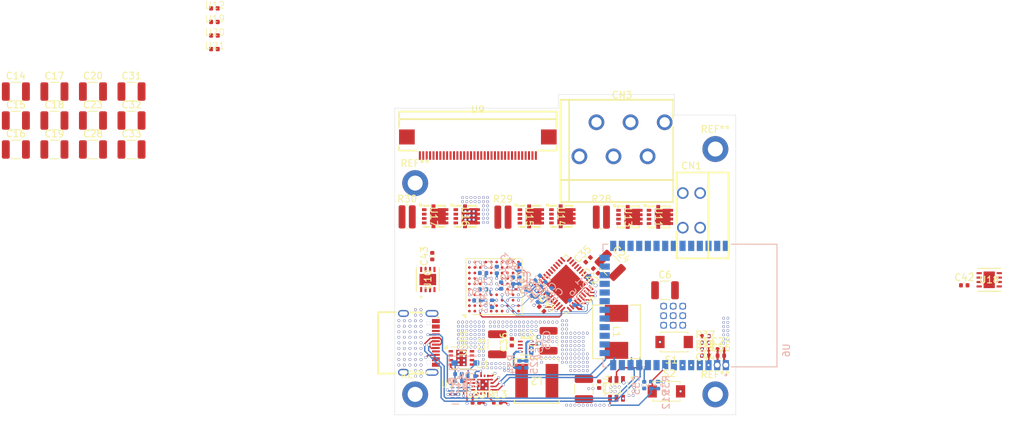
<source format=kicad_pcb>
(kicad_pcb (version 20241229) (generator "pcbnew") (generator_version "9.0")
  (layers (0 "F.Cu" signal "1_signal.Cu") (4 "In1.Cu" power "2_gnd.Cu") (6 "In2.Cu" signal "3_signal.Cu") (8 "In3.Cu" power "4_power.Cu") (10 "In4.Cu" power "5_gnd.Cu") (2 "B.Cu" signal "6_signal.Cu") (13 "F.Paste" user) (15 "B.Paste" user) (5 "F.SilkS" user "F.Silkscreen") (7 "B.SilkS" user "B.Silkscreen") (1 "F.Mask" user) (3 "B.Mask" user) (25 "Edge.Cuts" user))
  (net 0 "")
  (net 1 "+3V3")
  (net 2 "GND")
  (net 3 "+12V")
  (net 4 "VBUS")
  (net 5 "Net-(U8-CPH)")
  (net 6 "Net-(U8-CPL)")
  (net 7 "Net-(U8-VCP)")
  (net 8 "Net-(U3-SS)")
  (net 9 "Net-(U8-DVDD)")
  (net 10 "/Power/VBUS_IN")
  (net 11 "Net-(D4-A)")
  (net 12 "Net-(U6-EN)")
  (net 13 "Net-(U3-SW)")
  (net 14 "Net-(U3-BST)")
  (net 15 "Net-(U2-SW)")
  (net 16 "Net-(U2-CB)")
  (net 17 "/Motor/Gate Driver/MOTOR_C_CURRENT_SENSE")
  (net 18 "/Motor/Gate Driver/MOTOR_B_CURRENT_SENSE")
  (net 19 "/Motor/Gate Driver/MOTOR_A_CURRENT_SENSE")
  (net 20 "/MCU/USB_D-")
  (net 21 "/MCU/USB_D+")
  (net 22 "Net-(U1-CC2)")
  (net 23 "Net-(U1-CC1)")
  (net 24 "Net-(U2-FB)")
  (net 25 "Net-(U1-ADDR{slash}ORIENT)")
  (net 26 "/MCU/STM32_EN")
  (net 27 "Net-(U3-FB)")
  (net 28 "/Motor/Gate Driver/GATE_DRIVER_NFAULT")
  (net 29 "/Motor/Gate Driver/H_BRIDGE_SPA")
  (net 30 "/Motor/Gate Driver/H_BRIDGE_SPB")
  (net 31 "Net-(U8-SOA)")
  (net 32 "Net-(U8-SOB)")
  (net 33 "Net-(U8-SOC)")
  (net 34 "/Power/VBUS_SWITCH_GATE")
  (net 35 "/MCU/EN_12V")
  (net 36 "/MCU/PD_SCL")
  (net 37 "/MCU/PD_INT_N")
  (net 40 "/MCU/PD_FAULT")
  (net 41 "/MCU/PD_SDA")
  (net 44 "/CAN Transceiver1/CAN_RX")
  (net 45 "/CAN Transceiver1/CAN_TX")
  (net 48 "/Motor/Gate Driver/H_BRIDGE_SPC")
  (net 71 "/Motor/Gate Driver/GATE_DRIVER_ENABLE")
  (net 74 "/CAN Transceiver/CAN_RX")
  (net 76 "/Motor/Gate Driver/GATE_DRIVER_INHA")
  (net 80 "/Motor/Gate Driver/GATE_DRIVER_SDI")
  (net 82 "/CAN Transceiver/CAN_TX")
  (net 84 "/Expansion Port/ENCODER_SDA")
  (net 94 "/Motor/Gate Driver/GATE_DRIVER_NSCS")
  (net 99 "/Motor/Gate Driver/GATE_DRIVER_SDO")
  (net 104 "/Motor/Gate Driver/GATE_DRIVER_INHB")
  (net 105 "/Motor/Gate Driver/GATE_DRIVER_SCLK")
  (net 115 "/Expansion Port/ENCODER_SCL")
  (net 121 "/Motor/Gate Driver/GATE_DRIVER_INLA")
  (net 129 "/Motor/Gate Driver/GATE_DRIVER_INHC")
  (net 130 "/Motor/Gate Driver/H_BRIDGE_GHC")
  (net 131 "/Motor/Gate Driver/H_BRIDGE_GHA")
  (net 132 "/Motor/Gate Driver/H_BRIDGE_GLC")
  (net 133 "/Motor/Gate Driver/H_BRIDGE_GLA")
  (net 134 "/Motor/Gate Driver/H_BRIDGE_GHB")
  (net 136 "/Motor/Gate Driver/H_BRIDGE_GLB")
  (net 138 "/CANL")
  (net 139 "/CANH")
  (net 143 "/Expansion Port/EXPANSION_IO41")
  (net 144 "Net-(U6-IO0)")
  (net 145 "/Expansion Port/EXPANSION_IO1")
  (net 146 "/Expansion Port/EXPANSION_IO36")
  (net 147 "/Expansion Port/EXPANSION_IO2")
  (net 148 "/Expansion Port/EXPANSION_IO45")
  (net 149 "/Expansion Port/EXPANSION_IO46")
  (net 150 "/Expansion Port/EXPANSION_IO48")
  (net 151 "/Expansion Port/EXPANSION_IO3")
  (net 152 "/Expansion Port/EXPANSION_IO35")
  (net 153 "/Expansion Port/EXPANSION_IO14")
  (net 154 "/Expansion Port/EXPANSION_IO42")
  (net 155 "/Expansion Port/EXPANSION_IO21")
  (net 156 "/Expansion Port/EXPANSION_IO16")
  (net 157 "/Expansion Port/EXPANSION_IO12")
  (net 158 "/Expansion Port/EXPANSION_IO38")
  (net 159 "/Expansion Port/EXPANSION_IO13")
  (net 160 "/Expansion Port/EXPANSION_IO9")
  (net 161 "/Expansion Port/EXPANSION_IO40")
  (net 162 "/Expansion Port/EXPANSION_IO37")
  (net 163 "/Expansion Port/EXPANSION_IO8")
  (net 164 "/Expansion Port/EXPANSION_IO10")
  (net 165 "/Expansion Port/EXPANSION_IO11")
  (net 166 "/Expansion Port/EXPANSION_IO47")
  (net 204 "Net-(USB1-VBUS)")
  (net 205 "Net-(USB1-SBU2)")
  (net 206 "Net-(USB1-SBU1)")
  (net 207 "/Motor/Gate Driver/H_BRIDGE_SHC")
  (net 208 "/Motor/Gate Driver/H_BRIDGE_SHB")
  (net 209 "/Motor/Gate Driver/H_BRIDGE_SHA")
  (footprint "Capacitor_SMD:C_0402_1005Metric" (layer "F.Cu") (at 143.9672 110.58085 -90)
    (property "Reference" "C34")
    (property "Value" "100n")
  )
  (footprint "Capacitor_SMD:C_1210_3225Metric" (layer "F.Cu") (at 58.4726 67.564)
    (property "Reference" "C14")
    (property "Value" "10u")
  )
  (footprint "Capacitor_SMD:C_1210_3225Metric" (layer "F.Cu") (at 69.7726 67.564)
    (property "Reference" "C20")
    (property "Value" "10u")
  )
  (footprint "main_board:XL-1005UOC" (layer "F.Cu") (at 87.645 55.3904)
    (property "Reference" "U12")
    (property "Value" "~")
  )
  (footprint "MountingHole:MountingHole_2.2mm_M2_DIN965_Pad" (layer "F.Cu") (at 161 76)
    (property "Reference" "REF**")
    (property "Value" "MountingHole_2.2mm_M2_DIN965_Pad")
  )
  (footprint "main_board:TJA1051TK_3" (layer "F.Cu") (at 201.1376 95.1872)
    (property "Reference" "U18")
    (property "Value" "TJA1051TK/3")
  )
  (footprint "Capacitor_SMD:C_1210_3225Metric" (layer "F.Cu") (at 75.4226 71.814)
    (property "Reference" "C32")
    (property "Value" "10u")
  )
  (footprint "Capacitor_SMD:C_1210_3225Metric" (layer "F.Cu") (at 141.732 111.21845 -90)
    (property "Reference" "C7" (hide yes))
    (property "Value" "10u")
  )
  (footprint "main_board:TPS62933DRL" (layer "F.Cu") (at 133.2103 104.991789)
    (property "Reference" "U3")
    (property "Value" "TPS62933DRL" (hide yes))
  )
  (footprint "MountingHole:MountingHole_2.2mm_M2_DIN965_Pad" (layer "F.Cu") (at 161 112)
    (property "Reference" "REF**")
    (property "Value" "MountingHole_2.2mm_M2_DIN965_Pad")
  )
  (footprint "Capacitor_SMD:C_1210_3225Metric" (layer "F.Cu") (at 69.7726 71.814)
    (property "Reference" "C23")
    (property "Value" "10u")
  )
  (footprint "main_board:XL-1005UOC" (layer "F.Cu") (at 87.645 61.3604)
    (property "Reference" "U21")
    (property "Value" "~")
  )
  (footprint "Capacitor_SMD:C_0402_1005Metric" (layer "F.Cu") (at 119.5024 91.7168 90)
    (property "Reference" "C43")
    (property "Value" "100n")
  )
  (footprint "MountingHole:MountingHole_2.2mm_M2_DIN965_Pad" (layer "F.Cu") (at 117 81)
    (property "Reference" "REF**")
    (property "Value" "MountingHole_2.2mm_M2_DIN965_Pad")
  )
  (footprint "main_board:VLS6045AF-4R7M" (layer "F.Cu") (at 134.8232 110.0328 180)
    (property "Reference" "L2")
    (property "Value" "VLS6045AF-4R7M")
  )
  (footprint "Capacitor_SMD:C_1210_3225Metric" (layer "F.Cu") (at 64.1226 76.064)
    (property "Reference" "C19")
    (property "Value" "10u")
  )
  (footprint "Capacitor_SMD:C_0402_1005Metric" (layer "F.Cu") (at 197.48 96)
    (property "Reference" "C42")
    (property "Value" "100n")
  )
  (footprint "Resistor_SMD:R_0612_1632Metric" (layer "F.Cu") (at 115.824 85.9536)
    (property "Reference" "R30")
    (property "Value" "2m")
  )
  (footprint "main_board:NTTFS5C454NL" (layer "F.Cu") (at 152.6728 86.009797 -90)
    (property "Reference" "U11")
    (property "Value" "NTTFS5C454NL")
  )
  (footprint "Capacitor_SMD:C_0402_1005Metric" (layer "F.Cu") (at 125.9 113.2)
    (property "Reference" "C53")
    (property "Value" "100n")
  )
  (footprint "Capacitor_SMD:C_0402_1005Metric" (layer "F.Cu") (at 135.5344 99.4664 -45)
    (property "Reference" "C45")
    (property "Value" "100n")
  )
  (footprint "Resistor_SMD:R_0612_1632Metric" (layer "F.Cu") (at 144.2916 85.987397)
    (property "Reference" "R28")
    (property "Value" "2m")
  )
  (footprint "Capacitor_SMD:C_1210_3225Metric" (layer "F.Cu") (at 58.4726 76.064)
    (property "Reference" "C16")
    (property "Value" "10u")
  )
  (footprint "main_board:NTTFS5C454NL" (layer "F.Cu") (at 124.3556 85.920597 -90)
    (property "Reference" "U16")
    (property "Value" "NTTFS5C454NL")
  )
  (footprint "Capacitor_SMD:C_1210_3225Metric" (layer "F.Cu") (at 69.7726 76.064)
    (property "Reference" "C28")
    (property "Value" "10u")
  )
  (footprint "main_board:TJA1051TK_3" (layer "F.Cu") (at 118.851799 95.1484 90)
    (property "Reference" "U10")
    (property "Value" "TJA1051TK/3")
  )
  (footprint "Capacitor_SMD:C_0402_1005Metric" (layer "F.Cu") (at 142.3416 92.2528 45)
    (property "Reference" "C35")
    (property "Value" "100n")
  )
  (footprint "Resistor_SMD:R_0402_1005Metric" (layer "F.Cu") (at 129.032 113.1824)
    (property "Reference" "R13")
    (property "Value" "100k")
  )
  (footprint "Resistor_SMD:R_0402_1005Metric" (layer "F.Cu") (at 159.5312 106.3114)
    (property "Reference" "R38")
    (property "Value" "10k")
  )
  (footprint "main_board:STM32G474VEH6" (layer "F.Cu") (at 128.5432 96.1836 90)
    (property "Reference" "U7" (hide yes))
    (property "Value" "STM32G474VEH6" (hide yes))
  )
  (footprint "Resistor_SMD:R_0402_1005Metric" (layer "F.Cu") (at 159.5312 104.4194)
    (property "Reference" "R37")
    (property "Value" "10k")
  )
  (footprint "Capacitor_SMD:C_1210_3225Metric" (layer "F.Cu") (at 64.1226 67.564)
    (property "Reference" "C17")
    (property "Value" "10u")
  )
  (footprint "main_board:DB141R-2.54-2P-GN" (layer "F.Cu") (at 157.5 85)
    (property "Reference" "CN1")
    (property "Value" "DB141R-2.54-2P" (hide yes))
  )
  (footprint "Capacitor_SMD:C_0402_1005Metric" (layer "F.Cu") (at 161.8048 105.3846)
    (property "Reference" "C29")
    (property "Value" "1u")
  )
  (footprint "main_board:XL-1005UOC" (layer "F.Cu") (at 87.645 57.3804)
    (property "Reference" "U19")
    (property "Value" "~")
  )
  (footprint "Capacitor_SMD:C_1210_3225Metric" (layer "F.Cu") (at 58.4726 71.814)
    (property "Reference" "C15")
    (property "Value" "10u")
  )
  (footprint "main_board:XL-1005UOC" (layer "F.Cu") (at 87.645 59.3704)
    (property "Reference" "U20")
    (property "Value" "~")
  )
  (footprint "Resistor_SMD:R_0612_1632Metric" (layer "F.Cu") (at 129.8644 85.987397)
    (property "Reference" "R29")
    (property "Value" "2m")
  )
  (footprint "main_board:AON7409" (layer "F.Cu") (at 123.7377 106.8125)
    (property "Reference" "U5")
    (property "Value" "~")
  )
  (footprint "Resistor_SMD:R_0402_1005Metric" (layer "F.Cu") (at 159.5312 103.4542 180)
    (property "Reference" "R39")
    (property "Value" "10k")
  )
  (footprint "main_board:TS-1088-AR02016" (layer "F.Cu") (at 154.9592 104.3178 180)
    (property "Reference" "S1")
    (property "Value" "TS-1088-AR02016")
  )
  (footprint "main_board:NTTFS5C454NL" (layer "F.Cu") (at 133.754 85.930197 -90)
    (property "Reference" "U15")
    (property "Value" "NTTFS5C454NL")
  )
  (footprint "main_board:HUSB238A-BB001-QN16R" (layer "F.Cu") (at 126.9125 110.5875)
    (property "Reference" "U1")
    (property "Value" "HUSB238A-BB001-QN16R")
  )
  (footprint "Capacitor_SMD:C_1210_3225Metric" (layer "F.Cu") (at 129.032 104.648 90)
    (property "Reference" "C8")
    (property "Value" "10u")
  )
  (footprint "Capacitor_SMD:C_1210_3225Metric" (layer "F.Cu") (at 75.4226 76.064)
    (property "Reference" "C33")
    (property "Value" "10u")
  )
  (footprint "Capacitor_SMD:C_0402_1005Metric" (layer "F.Cu") (at 159.5312 105.3846 180)
    (property "Reference" "C44")
    (property "Value" "100n")
  )
  (footprint "Resistor_SMD:R_1210_3225Metric" (layer "F.Cu") (at 153.6192 96.7232)
    (property "Reference" "C6")
    (property "Value" "47u")
  )
  (footprint "main_board:NTTFS5C454NL" (layer "F.Cu") (at 148.2024 86.009797 -90)
    (property "Reference" "U13")
    (property "Value" "NTTFS5C454NL")
  )
  (footprint "Capacitor_SMD:C_0402_1005Metric" (layer "F.Cu") (at 143.4592 93.8784 135)
    (property "Reference" "C22")
    (property "Value" "1u")
  )
  (footprint "main_board:NTTFS5C454NL" (layer "F.Cu") (at 138.3764 85.920597 -90)
    (property "Reference" "U14")
    (property "Value" "NTTFS5C454NL")
  )
  (footprint "Resistor_SMD:R_1210_3225Metric" (layer "F.Cu") (at 136.5504 104.14 90)
    (property "Reference" "C5")
    (property "Value" "47u")
  )
  (footprint "Capacitor_SMD:C_1210_3225Metric" (layer "F.Cu") (at 64.1226 71.814)
    (property "Reference" "C18")
    (property "Value" "10u")
  )
  (footprint "main_board:AFD01-S35FCA-00" (layer "F.Cu") (at 126.1872 75.5904)
    (property "Reference" "U9")
    (property "Value" "AFD01-S35FCA-00" (hide yes))
  )
  (footprint "main_board:DRV8323SRTA" (layer "F.Cu") (at 139.111341 95.859323 -135)
    (property "Reference" "U8")
    (property "Value" "DRV8323SRTA" (hide yes))
  )
  (footprint "MountingHole:MountingHole_2.2mm_M2_DIN965_Pad" (layer "F.Cu") (at 117 112)
    (property "Reference" "REF**")
    (property "Value" "MountingHole_2.2mm_M2_DIN965_Pad")
  )
  (footprint "Capacitor_SMD:C_1210_3225Metric" (layer "F.Cu") (at 75.4226 67.564)
    (property "Reference" "C31")
    (property "Value" "10u")
  )
  (footprint "main_board:TS-1088-AR02016" (layer "F.Cu") (at 153.8224 111.5568)
    (property "Reference" "S2")
    (property "Value" "TS-1088-AR02016")
  )
  (footprint "main_board:GT-USB-7004N" (layer "F.Cu") (at 117.6528 104.4448 -90)
    (property "Reference" "USB1")
    (property "Value" "GT-USB-7004N" (hide yes))
  )
  (footprint "main_board:IHLP2525CZER8R2M01" (layer "F.Cu") (at 146.5072 102.8258 -90)
    (property "Reference" "L1")
    (property "Value" "IHLP2525CZER8R2M01")
  )
  (footprint "main_board:NTTFS5C454NL" (layer "F.Cu") (at 119.7332 85.920597 -90)
    (property "Reference" "U17")
    (property "Value" "NTTFS5C454NL")
  )
  (footprint "main_board:LMR51420YDD" (layer "F.Cu") (at 146.5072 111.19045 -90)
    (property "Reference" "U2")
    (property "Value" "LMR51420YDD")
  )
  (footprint "Capacitor_SMD:C_0402_1005Metric" (layer "F.Cu") (at 161.8048 106.3114)
    (property "Reference" "C56")
    (property "Value" "100n")
  )
  (footprint "Capacitor_SMD:C_1210_3225Metric" (layer "F.Cu") (at 145.5928 93.0656 -45)
    (property "Reference" "C24")
    (property "Value" "10u")
  )
  (footprint "Capacitor_SMD:C_0402_1005Metric" (layer "F.Cu") (at 131.1656 104.3432 90)
    (property "Reference" "C36")
    (property "Value" "100n")
  )
  (footprint "main_board:KF202-5.0-3P" (layer "F.Cu") (at 147.32 74.5744)
    (property "Reference" "CN3")
    (property "Value" "KF202-5.0-3P" (hide yes))
  )
  (footprint "Resistor_SMD:R_0402_1005Metric" (layer "B.Cu") (at 135.347389 98.078611 -135)
    (property "Reference" "R31")
    (property "Value" "22r")
  )
  (footprint "Capacitor_SMD:C_0402_1005Metric" (layer "B.Cu") (at 132.2708 95.3036 90)
    (property "Reference" "C30")
    (property "Value" "1u")
  )
  (footprint "Capacitor_SMD:C_0402_1005Metric" (layer "B.Cu") (at 134.940989 94.929011 45)
    (property "Reference" "C74")
    (property "Value" "1n")
  )
  (footprint "Capacitor_SMD:C_0402_1005Metric" (layer "B.Cu") (at 134.0231 105.499789 90)
    (property "Reference" "C54")
    (property "Value" "100n")
  )
  (footprint "Capacitor_SMD:C_0402_1005Metric" (layer "B.Cu") (at 129.6032 96.0244 90)
    (property "Reference" "C48")
    (property "Value" "100n")
  )
  (footprint "Resistor_SMD:R_0402_1005Metric" (layer "B.Cu") (at 128.27 98.7044 -90)
    (property "Reference" "R21")
    (property "Value" "10k")
  )
  (footprint "Capacitor_SMD:C_0402_1005Metric" (layer "B.Cu") (at 136.668189 96.757811 45)
    (property "Reference" "C58")
    (property "Value" "1n")
  )
  (footprint "Capacitor_SMD:C_0402_1005Metric" (layer "B.Cu") (at 131.3564 95.3036 90)
    (property "Reference" "C51")
    (property "Value" "100n")
  )
  (footprint "Resistor_SMD:R_0402_1005Metric" (layer "B.Cu") (at 134.432989 97.164211 -135)
    (property "Reference" "R32")
    (property "Value" "22r")
  )
  (footprint "Capacitor_SMD:C_0402_1005Metric" (layer "B.Cu") (at 135.753789 95.843411 45)
    (property "Reference" "C73")
    (property "Value" "1n")
  )
  (footprint "main_board:ESP32-S3-WROOM-1" (layer "B.Cu") (at 157.2768 98.9584 90)
    (property "Reference" "U6")
    (property "Value" "ESP32-S3-WROOM-1")
  )
  (footprint "Capacitor_SMD:C_0402_1005Metric" (layer "B.Cu") (at 128.9688 93.7388 90)
    (property "Reference" "C49")
    (property "Value" "100n")
  )
  (footprint "Resistor_SMD:R_0402_1005Metric" (layer "B.Cu") (at 133.2808 107.6024 90)
    (property "Reference" "R25")
    (property "Value" "30k9")
  )
  (footprint "main_board:BZT52C10" (layer "B.Cu") (at 122.7584 107.3912)
    (property "Reference" "D4")
    (property "Value" "BZT52C10")
  )
  (footprint "Capacitor_SMD:C_0402_1005Metric" (layer "B.Cu") (at 135.128 104.0384 90)
    (property "Reference" "C25")
    (property "Value" "47n")
  )
  (footprint "main_board:TPD4E02B04" (layer "B.Cu") (at 122.9 112 180)
    (property "Reference" "D3")
    (property "Value" "TPD4E02B04")
  )
  (footprint "Capacitor_SMD:C_0402_1005Metric" (layer "B.Cu") (at 123.3424 109.0168)
    (property "Reference" "C27")
    (property "Value" "1u")
  )
  (footprint "Resistor_SMD:R_0402_1005Metric" (layer "B.Cu") (at 133.620189 96.249811 -135)
    (property "Reference" "R33")
    (property "Value" "22r")
  )
  (footprint "Capacitor_SMD:C_0402_1005Metric" (layer "B.Cu") (at 150.5712 110.6424 -90)
    (property "Reference" "C55")
    (property "Value" "100n")
  )
  (footprint "Resistor_SMD:R_0402_1005Metric" (layer "B.Cu") (at 123.3404 110.0328)
    (property "Reference" "R11")
    (property "Value" "100k")
  )
  (footprint "Resistor_SMD:R_0402_1005Metric" (layer "B.Cu") (at 125.2728 109.3216)
    (property "Reference" "R36")
    (property "Value" "22k1")
  )
  (footprint "Resistor_SMD:R_0402_1005Metric" (layer "B.Cu") (at 132.2832 107.5924 -90)
    (property "Reference" "R34")
    (property "Value" "10k")
  )
  (footprint "Resistor_SMD:R_0402_1005Metric" (layer "B.Cu") (at 151.5872 110.6404 -90)
    (property "Reference" "R12")
    (property "Value" "422k")
  )
  (footprint "Capacitor_SMD:C_0402_1005Metric" (layer "B.Cu") (at 140.0048 98.552 135)
    (property "Reference" "C26")
    (property "Value" "1u")
  )
  (footprint "Capacitor_SMD:C_0402_1005Metric" (layer "B.Cu") (at 142.5448 95.1992 -45)
    (property "Reference" "C21")
    (property "Value" "47n")
  )
  (footprint "Capacitor_SMD:C_0402_1005Metric" (layer "B.Cu") (at 126.9616 96.5964 180)
    (property "Reference" "C46")
    (property "Value" "100n")
  )
  (footprint "Capacitor_SMD:C_0402_1005Metric" (layer "B.Cu") (at 126.124 98.222 180)
    (property "Reference" "C50")
    (property "Value" "100n")
  )
  (footprint "Resistor_SMD:R_0402_1005Metric" (layer "B.Cu") (at 132.2956 93.4336 -90)
    (property "Reference" "R17")
    (property "Value" "10k")
  )
  (footprint "Resistor_SMD:R_0402_1005Metric" (layer "B.Cu") (at 152.6032 110.6404 90)
    (property "Reference" "R35")
    (property "Value" "22k1")
  )
  (footprint "Capacitor_SMD:C_0402_1005Metric" (layer "B.Cu") (at 126.9616 94.1956 180)
    (property "Reference" "C47")
    (property "Value" "100n")
  )
  (gr_line (start 138 68) (end 155 68) (stroke (width 0.05)) (layer "Edge.Cuts"))
  (gr_line (start 138 70) (end 138 68) (stroke (width 0.05)) (layer "Edge.Cuts"))
  (gr_line (start 114 70) (end 114 115) (stroke (width 0.05)) (layer "Edge.Cuts"))
  (gr_line (start 155 71) (end 164 71) (stroke (width 0.05)) (layer "Edge.Cuts"))
  (gr_line (start 164 115) (end 164 71) (stroke (width 0.05)) (layer "Edge.Cuts"))
  (gr_line (start 114 70) (end 138 70) (stroke (width 0.05)) (layer "Edge.Cuts"))
  (gr_line (start 155 68) (end 155 71) (stroke (width 0.05)) (layer "Edge.Cuts"))
  (gr_line (start 114 115) (end 164 115) (stroke (width 0.05)) (layer "Edge.Cuts"))
  (via (at 162.2112 103.2634) (size 0.4) (drill 0.3) (layers "F.Cu" "B.Cu") (net 0))
  (via (at 127 86.7664) (size 0.4) (drill 0.3) (layers "F.Cu" "B.Cu") (net 0))
  (via (at 162.2112 103.873) (size 0.4) (drill 0.3) (layers "F.Cu" "B.Cu") (net 0))
  (via (at 162.2112 104.4826) (size 0.4) (drill 0.3) (layers "F.Cu" "B.Cu") (net 0))
  (via (at 162.2112 101.4346) (size 0.4) (drill 0.3) (layers "F.Cu" "B.Cu") (net 0))
  (via (at 162.8208 102.6538) (size 0.4) (drill 0.3) (layers "F.Cu" "B.Cu") (net 0))
  (via (at 127.6096 83.7184) (size 0.4) (drill 0.3) (layers "F.Cu" "B.Cu") (net 0))
  (via (at 162.8208 100.825) (size 0.4) (drill 0.3) (layers "F.Cu" "B.Cu") (net 0))
  (via (at 127 83.1088) (size 0.4) (drill 0.3) (layers "F.Cu" "B.Cu") (net 0))
  (via (at 162.2112 102.0442) (size 0.4) (drill 0.3) (layers "F.Cu" "B.Cu") (net 0))
  (via (at 125.1712 83.1088) (size 0.4) (drill 0.3) (layers "F.Cu" "B.Cu") (net 0))
  (via (at 162.8208 101.4346) (size 0.4) (drill 0.3) (layers "F.Cu" "B.Cu") (net 0))
  (via (at 127.6096 83.1088) (size 0.4) (drill 0.3) (layers "F.Cu" "B.Cu") (net 0))
  (via (at 123.952 83.7184) (size 0.4) (drill 0.3) (layers "F.Cu" "B.Cu") (net 0))
  (via (at 127.6096 84.328) (size 0.4) (drill 0.3) (layers "F.Cu" "B.Cu") (net 0))
  (via (at 162.8208 103.873) (size 0.4) (drill 0.3) (layers "F.Cu" "B.Cu") (net 0))
  (via (at 162.8208 102.0442) (size 0.4) (drill 0.3) (layers "F.Cu" "B.Cu") (net 0))
  (via (at 125.7808 83.7184) (size 0.4) (drill 0.3) (layers "F.Cu" "B.Cu") (net 0))
  (via (at 124.5616 83.7184) (size 0.4) (drill 0.3) (layers "F.Cu" "B.Cu") (net 0))
  (via (at 127 86.1568) (size 0.4) (drill 0.3) (layers "F.Cu" "B.Cu") (net 0))
  (via (at 124.5616 83.1088) (size 0.4) (drill 0.3) (layers "F.Cu" "B.Cu") (net 0))
  (via (at 127 85.5472) (size 0.4) (drill 0.3) (layers "F.Cu" "B.Cu") (net 0))
  (via (at 125.1712 83.7184) (size 0.4) (drill 0.3) (layers "F.Cu" "B.Cu") (net 0))
  (via (at 162.2112 102.6538) (size 0.4) (drill 0.3) (layers "F.Cu" "B.Cu") (net 0))
  (via (at 162.8208 103.2634) (size 0.4) (drill 0.3) (layers "F.Cu" "B.Cu") (net 0))
  (via (at 127 83.7184) (size 0.4) (drill 0.3) (layers "F.Cu" "B.Cu") (net 0))
  (via (at 125.7808 83.1088) (size 0.4) (drill 0.3) (layers "F.Cu" "B.Cu") (net 0))
  (via (at 127 84.9376) (size 0.4) (drill 0.3) (layers "F.Cu" "B.Cu") (net 0))
  (via (at 123.952 83.1088) (size 0.4) (drill 0.3) (layers "F.Cu" "B.Cu") (net 0))
  (via (at 127 84.328) (size 0.4) (drill 0.3) (layers "F.Cu" "B.Cu") (net 0))
  (via (at 126.3904 83.1088) (size 0.4) (drill 0.3) (layers "F.Cu" "B.Cu") (net 0))
  (via (at 127.6096 85.5472) (size 0.4) (drill 0.3) (layers "F.Cu" "B.Cu") (net 0))
  (via (at 126.3904 83.7184) (size 0.4) (drill 0.3) (layers "F.Cu" "B.Cu") (net 0))
  (via (at 162.2112 100.825) (size 0.4) (drill 0.3) (layers "F.Cu" "B.Cu") (net 0))
  (via (at 162.8208 104.4826) (size 0.4) (drill 0.3) (layers "F.Cu" "B.Cu") (net 0))
  (via (at 127.6096 86.7664) (size 0.4) (drill 0.3) (layers "F.Cu" "B.Cu") (net 0))
  (via (at 127.6096 84.9376) (size 0.4) (drill 0.3) (layers "F.Cu" "B.Cu") (net 0))
  (via (at 127.6096 86.1568) (size 0.4) (drill 0.3) (layers "F.Cu" "B.Cu") (net 0))
  (segment (start 125.42 113.2) (end 125.42 112.18) (width 0.3048) (layer "F.Cu") (net 1))
  (segment (start 161.3248 107.6504) (end 161.2668 107.7084) (width 0.3048) (layer "F.Cu") (net 1))
  (segment (start 125.6 112) (end 126.05 112) (width 0.3048) (layer "F.Cu") (net 1))
  (segment (start 161.3248 105.2954) (end 161.3248 107.6504) (width 0.3048) (layer "F.Cu") (net 1))
  (segment (start 125.1 112.05) (end 125.55 112.05) (width 0.3048) (layer "F.Cu") (net 1))
  (segment (start 131.459198 96.5836) (end 131.401199 96.525601) (width 0.3048) (layer "F.Cu") (net 1))
  (segment (start 132.1432 96.5836) (end 131.459198 96.5836) (width 0.3048) (layer "F.Cu") (net 1))
  (segment (start 126.05 112) (end 126.1625 111.8875) (width 0.3048) (layer "F.Cu") (net 1))
  (segment (start 125.42 112.18) (end 125.6 112) (width 0.3048) (layer "F.Cu") (net 1))
  (segment (start 125.55 112.05) (end 125.6 112) (width 0.3048) (layer "F.Cu") (net 1))
  (via (at 136.7536 106.68) (size 0.4) (drill 0.3) (layers "F.Cu" "B.Cu") (net 1))
  (via (at 138.5824 101.1936) (size 0.4) (drill 0.3) (layers "F.Cu" "B.Cu") (net 1))
  (via (at 127.3432 94.9836) (size 0.4) (drill 0.3) (layers "F.Cu" "B.Cu") (net 1))
  (via (at 137.16 104.2416) (size 0.4) (drill 0.3) (layers "F.Cu" "B.Cu") (net 1))
  (via (at 139.192 103.0224) (size 0.4) (drill 0.3) (layers "F.Cu" "B.Cu") (net 1))
  (via (at 131.401199 96.525601) (size 0.4) (drill 0.3) (layers "F.Cu" "B.Cu") (net 1))
  (via (at 139.192 104.8512) (size 0.4) (drill 0.3) (layers "F.Cu" "B.Cu") (net 1))
  (via (at 159.0212 106.3114) (size 0.4) (drill 0.3) (layers "F.Cu" "B.Cu") (net 1))
  (via (at 137.7696 104.2416) (size 0.4) (drill 0.3) (layers "F.Cu" "B.Cu") (net 1))
  (via (at 138.5824 107.2896) (size 0.4) (drill 0.3) (layers "F.Cu" "B.Cu") (net 1))
  (via (at 139.192 107.2896) (size 0.4) (drill 0.3) (layers "F.Cu" "B.Cu") (net 1))
  (via (at 137.9728 106.68) (size 0.4) (drill 0.3) (layers "F.Cu" "B.Cu") (net 1))
  (via (at 138.5824 105.4608) (size 0.4) (drill 0.3) (layers "F.Cu" "B.Cu") (net 1))
  (via (at 135.5344 107.2896) (size 0.4) (drill 0.3) (layers "F.Cu" "B.Cu") (net 1))
  (via (at 138.5824 104.8512) (size 0.4) (drill 0.3) (layers "F.Cu" "B.Cu") (net 1))
  (via (at 138.5824 103.0224) (size 0.4) (drill 0.3) (layers "F.Cu" "B.Cu") (net 1))
  (via (at 139.192 101.8032) (size 0.4) (drill 0.3) (layers "F.Cu" "B.Cu") (net 1))
  (via (at 139.192 106.0704) (size 0.4) (drill 0.3) (layers "F.Cu" "B.Cu") (net 1))
  (via (at 139.192 104.2416) (size 0.4) (drill 0.3) (layers "F.Cu" "B.Cu") (net 1))
  (via (at 128.9432 94.9836) (size 0.4) (drill 0.3) (layers "F.Cu" "B.Cu") (net 1))
  (via (at 138.5824 106.0704) (size 0.4) (drill 0.3) (layers "F.Cu" "B.Cu") (net 1))
  (via (at 139.192 105.4608) (size 0.4) (drill 0.3) (layers "F.Cu" "B.Cu") (net 1))
  (via (at 125.6 112) (size 0.4) (drill 0.3) (layers "F.Cu" "B.Cu") (net 1))
  (via (at 160.0412 103.4542) (size 0.4) (drill 0.3) (layers "F.Cu" "B.Cu") (net 1))
  (via (at 137.3632 106.68) (size 0.4) (drill 0.3) (layers "F.Cu" "B.Cu") (net 1))
  (via (at 138.5824 103.632) (size 0.4) (drill 0.3) (layers "F.Cu" "B.Cu") (net 1))
  (via (at 136.144 106.68) (size 0.4) (drill 0.3) (layers "F.Cu" "B.Cu") (net 1))
  (via (at 135.5344 106.68) (size 0.4) (drill 0.3) (layers "F.Cu" "B.Cu") (net 1))
  (via (at 139.192 106.68) (size 0.4) (drill 0.3) (layers "F.Cu" "B.Cu") (net 1))
  (via (at 127.343202 98.1836) (size 0.4) (drill 0.3) (layers "F.Cu" "B.Cu") (net 1))
  (via (at 139.192 103.632) (size 0.4) (drill 0.3) (layers "F.Cu" "B.Cu") (net 1))
  (via (at 127.3432 96.5836) (size 0.4) (drill 0.3) (layers "F.Cu" "B.Cu") (net 1))
  (via (at 138.5824 102.4128) (size 0.4) (drill 0.3) (layers "F.Cu" "B.Cu") (net 1))
  (via (at 139.192 101.1936) (size 0.4) (drill 0.3) (layers "F.Cu" "B.Cu") (net 1))
  (via (at 128.9432 96.5836) (size 0.4) (drill 0.3) (layers "F.Cu" "B.Cu") (net 1))
  (via (at 161.2668 107.7084) (size 1) (drill 0.7) (layers "F.Cu" "B.Cu") (net 1))
  (via (at 136.5504 104.2416) (size 0.4) (drill 0.3) (layers "F.Cu" "B.Cu") (net 1))
  (via (at 139.192 102.4128) (size 0.4) (drill 0.3) (layers "F.Cu" "B.Cu") (net 1))
  (via (at 132.1432 96.5836) (size 0.4) (drill 0.3) (layers "F.Cu" "B.Cu") (net 1))
  (via (at 125.1 112.05) (size 0.4) (drill 0.3) (layers "F.Cu" "B.Cu") (net 1))
  (via (at 138.5824 101.8032) (size 0.4) (drill 0.3) (layers "F.Cu" "B.Cu") (net 1))
  (via (at 138.5824 104.2416) (size 0.4) (drill 0.3) (layers "F.Cu" "B.Cu") (net 1))
  (via (at 138.5824 106.68) (size 0.4) (drill 0.3) (layers "F.Cu" "B.Cu") (net 1))
  (via (at 135.9408 104.2416) (size 0.4) (drill 0.3) (layers "F.Cu" "B.Cu") (net 1))
  (segment (start 128.9688 94.958) (end 128.9432 94.9836) (width 0.3048) (layer "B.Cu") (net 1))
  (segment (start 127.4416 94.1956) (end 127.3176 94.3196) (width 0.3048) (layer "B.Cu") (net 1))
  (segment (start 127.3432 96.5836) (end 127.356 96.5964) (width 0.3048) (layer "B.Cu") (net 1))
  (segment (start 127.3176 94.958) (end 127.3432 94.9836) (width 0.3048) (layer "B.Cu") (net 1))
  (segment (start 128.9688 96.6092) (end 128.9432 96.5836) (width 0.3048) (layer "B.Cu") (net 1))
  (segment (start 126.604 98.222) (end 127.304802 98.222) (width 0.3048) (layer "B.Cu") (net 1))
  (segment (start 127.304802 98.222) (end 127.343202 98.1836) (width 0.3048) (layer "B.Cu") (net 1))
  (segment (start 127.356 96.5964) (end 127.4416 96.5964) (width 0.3048) (layer "B.Cu") (net 1))
  (segment (start 131.3564 96.480802) (end 131.401199 96.525601) (width 0.3048) (layer "B.Cu") (net 1))
  (segment (start 132.2708 95.7836) (end 131.3564 95.7836) (width 0.3048) (layer "B.Cu") (net 1))
  (segment (start 129.6032 96.5044) (end 129.524 96.5836) (width 0.2032) (layer "B.Cu") (net 1))
  (segment (start 131.3564 95.7836) (end 131.3564 96.480802) (width 0.3048) (layer "B.Cu") (net 1))
  (segment (start 128.9688 94.2188) (end 128.9688 94.958) (width 0.3048) (layer "B.Cu") (net 1))
  (segment (start 127.3176 94.3196) (end 127.3176 94.958) (width 0.3048) (layer "B.Cu") (net 1))
  (segment (start 129.524 96.5836) (end 128.9432 96.5836) (width 0.2032) (layer "B.Cu") (net 1))
  (segment (start 127 113.2) (end 127.3 113.5) (width 0.3048) (layer "F.Cu") (net 2))
  (segment (start 126.38 113.2) (end 127 113.2) (width 0.3048) (layer "F.Cu") (net 2))
  (segment (start 162.2848 105.2954) (end 162.2848 107.4564) (width 0.3048) (layer "F.Cu") (net 2))
  (segment (start 127.6625 109.8375) (end 127.4 110.1) (width 0.2032) (layer "F.Cu") (net 2))
  (segment (start 128.2125 109.8375) (end 127.6625 109.8375) (width 0.2032) (layer "F.Cu") (net 2))
  (segment (start 162.2848 107.4564) (end 162.5368 107.7084) (width 0.3048) (layer "F.Cu") (net 2))
  (segment (start 129.542 113.1824) (end 130.2512 113.1824) (width 0.2032) (layer "F.Cu") (net 2))
  (segment (start 130.556 113.4872) (end 130.6576 113.4872) (width 0.2032) (layer "F.Cu") (net 2))
  (segment (start 130.2512 113.1824) (end 130.4544 113.3856) (width 0.2032) (layer "F.Cu") (net 2))
  (segment (start 122.4825 112) (end 123.3175 112) (width 0.3048) (layer "F.Cu") (net 2))
  (segment (start 121.8 112) (end 122.4825 112) (width 0.3048) (layer "F.Cu") (net 2))
  (segment (start 130.4544 113.3856) (end 130.556 113.4872) (width 0.2032) (layer "F.Cu") (net 2))
  (via (at 116.2304 102.0064) (size 0.4) (drill 0.3) (layers "F.Cu" "B.Cu") (net 2))
  (via (at 116.2304 106.0704) (size 0.4) (drill 0.3) (layers "F.Cu" "B.Cu") (net 2))
  (via (at 148.9456 112.1664) (size 0.4) (drill 0.3) (layers "F.Cu" "B.Cu") (net 2))
  (via (at 115.4176 103.632) (size 0.4) (drill 0.3) (layers "F.Cu" "B.Cu") (net 2))
  (via (at 134.7216 102.0064) (size 0.4) (drill 0.3) (layers "F.Cu" "B.Cu") (net 2))
  (via (at 142.24 113.5888) (size 0.4) (drill 0.3) (layers "F.Cu" "B.Cu") (net 2))
  (via (at 148.336 112.1664) (size 0.4) (drill 0.3) (layers "F.Cu" "B.Cu") (net 2))
  (via (at 117.856 108.5088) (size 0.4) (drill 0.3) (layers "F.Cu" "B.Cu") (net 2))
  (via (at 132.8928 103.2256) (size 0.4) (drill 0.3) (layers "F.Cu" "B.Cu") (net 2))
  (via (at 116.2304 101.1936) (size 0.4) (drill 0.3) (layers "F.Cu" "B.Cu") (net 2))
  (via (at 128.6256 102.0064) (size 0.4) (drill 0.3) (layers "F.Cu" "B.Cu") (net 2))
  (via (at 114.6048 103.632) (size 0.4) (drill 0.3) (layers "F.Cu" "B.Cu") (net 2))
  (via (at 142.4432 111.1504) (size 0.4) (drill 0.3) (layers "F.Cu" "B.Cu") (net 2))
  (via (at 115.4176 106.0704) (size 0.4) (drill 0.3) (layers "F.Cu" "B.Cu") (net 2))
  (via (at 122.4825 112) (size 0.4) (drill 0.3) (layers "F.Cu" "B.Cu") (net 2))
  (via (at 143.4592 113.5888) (size 0.4) (drill 0.3) (layers "F.Cu" "B.Cu") (net 2))
  (via (at 134.112 102.0064) (size 0.4) (drill 0.3) (layers "F.Cu" "B.Cu") (net 2))
  (via (at 115.4176 102.8192) (size 0.4) (drill 0.3) (layers "F.Cu" "B.Cu") (net 2))
  (via (at 153.4168 101.8584) (size 1) (drill 0.7) (layers "F.Cu" "B.Cu") (net 2))
  (via (at 156.2168 99.0584) (size 1) (drill 0.7) (layers "F.Cu" "B.Cu") (net 2))
  (via (at 117.0432 107.696) (size 0.4) (drill 0.3) (layers "F.Cu" "B.Cu") (net 2))
  (via (at 117.856 102.0064) (size 0.4) (drill 0.3) (layers "F.Cu" "B.Cu") (net 2))
  (via (at 117.0432 101.1936) (size 0.4) (drill 0.3) (layers "F.Cu" "B.Cu") (net 2))
  (via (at 137.16 101.3968) (size 0.4) (drill 0.3) (layers "F.Cu" "B.Cu") (net 2))
  (via (at 162.5368 107.7084) (size 1) (drill 0.7) (layers "F.Cu" "B.Cu") (net 2))
  (via (at 128.9432 95.7836) (size 0.4) (drill 0.3) (layers "F.Cu" "B.Cu") (net 2))
  (via (at 143.0528 111.1504) (size 0.4) (drill 0.3) (layers "F.Cu" "B.Cu") (net 2))
  (via (at 121.8 112) (size 0.4) (drill 0.3) (layers "F.Cu" "B.Cu") (net 2))
  (via (at 136.5504 103.632) (size 0.4) (drill 0.3) (layers "F.Cu" "B.Cu") (net 2))
  (via (at 159.0512 105.3846) (size 0.4) (drill 0.3) (layers "F.Cu" "B.Cu") (net 2))
  (via (at 148.9456 111.5568) (size 0.4) (drill 0.3) (layers "F.Cu" "B.Cu") (net 2))
  (via (at 131.064 102.0064) (size 0.4) (drill 0.3) (layers "F.Cu" "B.Cu") (net 2))
  (via (at 145.6944 111.5568) (size 0.4) (drill 0.3) (layers "F.Cu" "B.Cu") (net 2))
  (via (at 155.8974 111.5568) (size 0.4) (drill 0.3) (layers "F.Cu" "B.Cu") (net 2))
  (via (at 130.6576 113.4872) (size 0.4) (drill 0.3) (layers "F.Cu" "B.Cu") (net 2))
  (via (at 144.0688 113.5888) (size 0.4) (drill 0.3) (layers "F.Cu" "B.Cu") (net 2))
  (via (at 131.6736 102.0064) (size 0.4) (drill 0.3) (layers "F.Cu" "B.Cu") (net 2))
  (via (at 115.4176 105.2576) (size 0.4) (drill 0.3) (layers "F.Cu" "B.Cu") (net 2))
  (via (at 139.8016 113.5888) (size 0.4) (drill 0.3) (layers "F.Cu" "B.Cu") (net 2))
  (via (at 117.0432 105.2576) (size 0.4) (drill 0.3) (layers "F.Cu" "B.Cu") (net 2))
  (via (at 135.128 103.5584) (size 0.5) (drill 0.4) (layers "F.Cu" "B.Cu") (net 2))
  (via (at 117.856 103.632) (size 0.4) (drill 0.3) (layers "F.Cu" "B.Cu") (net 2))
  (via (at 127.3 113.5) (size 0.4) (drill 0.3) (layers "F.Cu" "B.Cu") (net 2))
  (via (at 145.6944 110.9472) (size 0.4) (drill 0.3) (layers "F.Cu" "B.Cu") (net 2))
  (via (at 127.3432 95.7836) (size 0.4) (drill 0.3) (layers "F.Cu" "B.Cu") (net 2))
  (via (at 132.2832 102.0064) (size 0.4) (drill 0.3) (layers "F.Cu" "B.Cu") (net 2))
  (via (at 132.4102 105.741978) (size 0.4) (drill 0.3) (layers "F.Cu" "B.Cu") (net 2))
  (via (at 114.6048 106.8832) (size 0.4) (drill 0.3) (layers "F.Cu" "B.Cu") (net 2))
  (via (at 131.064 103.2256) (size 0.4) (drill 0.3) (layers "F.Cu" "B.Cu") (net 2))
  (via (at 133.5024 102.616) (size 0.4) (drill 0.3) (layers "F.Cu" "B.Cu") (net 2))
  (via (at 117.0432 108.5088) (size 0.4) (drill 0.3) (layers "F.Cu" "B.Cu") (net 2))
  (via (at 139.192 113.5888) (size 0.4) (drill 0.3) (layers "F.Cu" "B.Cu") (net 2))
  (via (at 154.8168 99.0584) (size 1) (drill 0.7) (layers "F.Cu" "B.Cu") (net 2))
  (via (at 128.1432 96.5836) (size 0.4) (drill 0.3) (layers "F.Cu" "B.Cu") (net 2))
  (via (at 117.856 101.1936) (size 0.4) (drill 0.3) (layers "F.Cu" "B.Cu") (net 2))
  (via (at 117.856 100.3808) (size 0.4) (drill 0.3) (layers "F.Cu" "B.Cu") (net 2))
  (via (at 115.4176 102.0064) (size 0.4) (drill 0.3) (layers "F.Cu" "B.Cu") (net 2))
  (via (at 128.016 101.3968) (size 0.4) (drill 0.3) (layers "F.Cu" "B.Cu") (net 2))
  (via (at 123.3175 112) (size 0.4) (drill 0.3) (layers "F.Cu" "B.Cu") (net 2))
  (via (at 141.0208 113.5888) (size 0.4) (drill 0.3) (layers "F.Cu" "B.Cu") (net 2))
  (via (at 131.064 101.3968) (size 0.4) (drill 0.3) (layers "F.Cu" "B.Cu") (net 2))
  (via (at 117.856 109.3216) (size 0.4) (drill 0.3) (layers "F.Cu" "B.Cu") (net 2))
  (via (at 142.8496 113.5888) (size 0.4) (drill 0.3) (layers "F.Cu" "B.Cu") (net 2))
  (via (at 146.304 110.9472) (size 0.4) (drill 0.3) (layers "F.Cu" "B.Cu") (net 2))
  (via (at 134.112 101.3968) (size 0.4) (drill 0.3) (layers "F.Cu" "B.Cu") (net 2))
  (via (at 114.6048 102.8192) (size 0.4) (drill 0.3) (layers "F.Cu" "B.Cu") (net 2))
  (via (at 160.0412 104.4194) (size 0.4) (drill 0.3) (layers "F.Cu" "B.Cu") (net 2))
  (via (at 154.8168 101.8584) (size 1) (drill 0.7) (layers "F.Cu" "B.Cu") (net 2))
  (via (at 131.6736 103.2256) (size 0.4) (drill 0.3) (layers "F.Cu" "B.Cu") (net 2))
  (via (at 116.2304 106.8832) (size 0.4) (drill 0.3) (layers "F.Cu" "B.Cu") (net 2))
  (via (at 127.4 111.1) (size 0.4) (drill 0.3) (layers "F.Cu" "B.Cu") (net 2))
  (via (at 134.7216 102.616) (size 0.4) (drill 0.3) (layers "F.Cu" "B.Cu") (net 2))
  (via (at 133.5024 103.2256) (size 0.4) (drill 0.3) (layers "F.Cu" "B.Cu") (net 2))
  (via (at 116.2304 102.8192) (size 0.4) (drill 0.3) (layers "F.Cu" "B.Cu") (net 2))
  (via (at 117.0432 109.3216) (size 0.4) (drill 0.3) (layers "F.Cu" "B.Cu") (net 2))
  (via (at 132.1432 97.3836) (size 0.4) (drill 0.3) (layers "F.Cu" "B.Cu") (net 2))
  (via (at 114.6048 102.0064) (size 0.4) (drill 0.3) (layers "F.Cu" "B.Cu") (net 2))
  (via (at 117.856 105.2576) (size 0.4) (drill 0.3) (layers "F.Cu" "B.Cu") (net 2))
  (via (at 140.4112 113.5888) (size 0.4) (drill 0.3) (layers "F.Cu" "B.Cu") (net 2))
  (via (at 115.4176 106.8832) (size 0.4) (drill 0.3) (layers "F.Cu" "B.Cu") (net 2))
  (via (at 133.5024 102.0064) (size 0.4) (drill 0.3) (layers "F.Cu" "B.Cu") (net 2))
  (via (at 115.4176 104.4448) (size 0.4) (drill 0.3) (layers "F.Cu" "B.Cu") (net 2))
  (via (at 146.304 111.5568) (size 0.4) (drill 0.3) (layers "F.Cu" "B.Cu") (net 2))
  (via (at 156.2168 101.8584) (size 1) (drill 0.7) (layers "F.Cu" "B.Cu") (net 2))
  (via (at 137.7696 103.632) (size 0.4) (drill 0.3) (layers "F.Cu" "B.Cu") (net 2))
  (via (at 132.2832 102.616) (size 0.4) (drill 0.3) (layers "F.Cu" "B.Cu") (net 2))
  (via (at 117.0432 102.8192) (size 0.4) (drill 0.3) (layers "F.Cu" "B.Cu") (net 2))
  (via (at 126.4 110.1) (size 0.4) (drill 0.3) (layers "F.Cu" "B.Cu") (net 2))
  (via (at 117.0432 99.568) (size 0.4) (drill 0.3) (layers "F.Cu" "B.Cu") (net 2))
  (via (at 134.112 102.616) (size 0.4) (drill 0.3) (layers "F.Cu" "B.Cu") (net 2))
  (via (at 114.6048 104.4448) (size 0.4) (drill 0.3) (layers "F.Cu" "B.Cu") (net 2))
  (via (at 117.0432 104.4448) (size 0.4) (drill 0.3) (layers "F.Cu" "B.Cu") (net 2))
  (via (at 116.2304 107.696) (size 0.4) (drill 0.3) (layers "F.Cu" "B.Cu") (net 2))
  (via (at 130.4544 102.0064) (size 0.4) (drill 0.3) (layers "F.Cu" "B.Cu") (net 2))
  (via (at 153.4168 99.0584) (size 1) (drill 0.7) (layers "F.Cu" "B.Cu") (net 2))
  (via (at 144.6784 113.5888) (size 0.4) (drill 0.3) (layers "F.Cu" "B.Cu") (net 2))
  (via (at 114.6048 101.1936) (size 0.4) (drill 0.3) (layers "F.Cu" "B.Cu") (net 2))
  (via (at 117.0432 103.632) (size 0.4) (drill 0.3) (layers "F.Cu" "B.Cu") (net 2))
  (via (at 117.856 99.568) (size 0.4) (drill 0.3) (layers "F.Cu" "B.Cu") (net 2))
  (via (at 132.2832 103.2256) (size 0.4) (drill 0.3) (layers "F.Cu" "B.Cu") (net 2))
  (via (at 137.16 103.632) (size 0.4) (drill 0.3) (layers "F.Cu" "B.Cu") (net 2))
  (via (at 152.8842 104.3178) (size 0.4) (drill 0.3) (layers "F.Cu" "B.Cu") (net 2))
  (via (at 137.7696 101.3968) (size 0.4) (drill 0.3) (layers "F.Cu" "B.Cu") (net 2))
  (via (at 117.856 107.696) (size 0.4) (drill 0.3) (layers "F.Cu" "B.Cu") (net 2))
  (via (at 129.8448 101.3968) (size 0.4) (drill 0.3) (layers "F.Cu" "B.Cu") (net 2))
  (via (at 153.416 110.2296) (size 0.4) (drill 0.3) (layers "F.Cu" "B.Cu") (net 2))
  (via (at 117.0432 100.3808) (size 0.4) (drill 0.3) (layers "F.Cu" "B.Cu") (net 2))
  (via (at 141.6304 113.5888) (size 0.4) (drill 0.3) (layers "F.Cu" "B.Cu") (net 2))
  (via (at 129.2352 101.3968) (size 0.4) (drill 0.3) (layers "F.Cu" "B.Cu") (net 2))
  (via (at 115.4176 107.696) (size 0.4) (drill 0.3) (layers "F.Cu" "B.Cu") (net 2))
  (via (at 117.0432 102.0064) (size 0.4) (drill 0.3) (layers "F.Cu" "B.Cu") (net 2))
  (via (at 114.6048 105.2576) (size 0.4) (drill 0.3) (layers "F.Cu" "B.Cu") (net 2))
  (via (at 128.1432 95.7836) (size 0.4) (drill 0.3) (layers "F.Cu" "B.Cu") (net 2))
  (via (at 131.6736 102.616) (size 0.4) (drill 0.3) (layers "F.Cu" "B.Cu") (net 2))
  (via (at 130.4544 101.3968) (size 0.4) (drill 0.3) (layers "F.Cu" "B.Cu") (net 2))
  (via (at 133.5024 101.3968) (size 0.4) (drill 0.3) (layers "F.Cu" "B.Cu") (net 2))
  (via (at 136.5504 101.3968) (size 0.4) (drill 0.3) (layers "F.Cu" "B.Cu") (net 2))
  (via (at 131.6736 101.3968) (size 0.4) (drill 0.3) (layers "F.Cu" "B.Cu") (net 2))
  (via (at 117.856 106.0704) (size 0.4) (drill 0.3) (layers "F.Cu" "B.Cu") (net 2))
  (via (at 135.9408 103.632) (size 0.4) (drill 0.3) (layers "F.Cu" "B.Cu") (net 2))
  (via (at 117.856 104.4448) (size 0.4) (drill 0.3) (layers "F.Cu" "B.Cu") (net 2))
  (via (at 156.2168 100.4584) (size 1) (drill 0.7) (layers "F.Cu" "B.Cu") (net 2))
  (via (at 117.856 106.8832) (size 0.4) (drill 0.3) (layers "F.Cu" "B.Cu") (net 2))
  (via (at 128.6256 101.3968) (size 0.4) (drill 0.3) (layers "F.Cu" "B.Cu") (net 2))
  (via (at 129.8448 102.0064) (size 0.4) (drill 0.3) (layers "F.Cu" "B.Cu") (net 2))
  (via (at 127.3432 98.9836) (size 0.4) (drill 0.3) (layers "F.Cu" "B.Cu") (net 2))
  (via (at 154.8168 100.4584) (size 1) (drill 0.7) (layers "F.Cu" "B.Cu") (net 2))
  (via (at 146.9136 110.914062) (size 0.4) (drill 0.3) (layers "F.Cu" "B.Cu") (net 2))
  (via (at 114.6048 106.0704) (size 0.4) (drill 0.3) (layers "F.Cu" "B.Cu") (net 2))
  (via (at 153.4168 100.4584) (size 1) (drill 0.7) (layers "F.Cu" "B.Cu") (net 2))
  (via (at 132.8928 102.616) (size 0.4) (drill 0.3) (layers "F.Cu" "B.Cu") (net 2))
  (via (at 135.3312 101.3968) (size 0.4) (drill 0.3) (layers "F.Cu" "B.Cu") (net 2))
  (via (at 126.4 111.1) (size 0.4) (drill 0.3) (layers "F.Cu" "B.Cu") (net 2))
  (via (at 132.2832 101.3968) (size 0.4) (drill 0.3) (layers "F.Cu" "B.Cu") (net 2))
  (via (at 117.0432 106.8832) (size 0.4) (drill 0.3) (layers "F.Cu" "B.Cu") (net 2))
  (via (at 117.0432 106.0704) (size 0.4) (drill 0.3) (layers "F.Cu" "B.Cu") (net 2))
  (via (at 149.086168 111.019137) (size 0.4) (drill 0.3) (layers "F.Cu" "B.Cu") (net 2))
  (via (at 132.8928 101.3968) (size 0.4) (drill 0.3) (layers "F.Cu" "B.Cu") (net 2))
  (via (at 116.2304 104.4448) (size 0.4) (drill 0.3) (layers "F.Cu" "B.Cu") (net 2))
  (via (at 127.4 110.1) (size 0.4) (drill 0.3) (layers "F.Cu" "B.Cu") (net 2))
  (via (at 129.2352 102.0064) (size 0.4) (drill 0.3) (layers "F.Cu" "B.Cu") (net 2))
  (via (at 117.856 102.8192) (size 0.4) (drill 0.3) (layers "F.Cu" "B.Cu") (net 2))
  (via (at 115.4176 101.1936) (size 0.4) (drill 0.3) (layers "F.Cu" "B.Cu") (net 2))
  (via (at 126.9 110.6) (size 0.4) (drill 0.3) (layers "F.Cu" "B.Cu") (net 2))
  (via (at 135.9408 101.3968) (size 0.4) (drill 0.3) (layers "F.Cu" "B.Cu") (net 2))
  (via (at 116.2304 105.2576) (size 0.4) (drill 0.3) (layers "F.Cu" "B.Cu") (net 2))
  (via (at 132.8928 102.0064) (size 0.4) (drill 0.3) (layers "F.Cu" "B.Cu") (net 2))
  (via (at 128.016 102.0064) (size 0.4) (drill 0.3) (layers "F.Cu" "B.Cu") (net 2))
  (via (at 147.557435 110.2796) (size 0.5) (drill 0.4) (layers "F.Cu" "B.Cu") (net 2))
  (via (at 134.112 103.2256) (size 0.4) (drill 0.3) (layers "F.Cu" "B.Cu") (net 2))
  (via (at 131.064 102.616) (size 0.4) (drill 0.3) (layers "F.Cu" "B.Cu") (net 2))
  (via (at 128.1432 94.9836) (size 0.4) (drill 0.3) (layers "F.Cu" "B.Cu") (net 2))
  (via (at 114.6048 107.696) (size 0.4) (drill 0.3) (layers "F.Cu" "B.Cu") (net 2))
  (via (at 116.2304 103.632) (size 0.4) (drill 0.3) (layers "F.Cu" "B.Cu") (net 2))
  (via (at 134.7216 101.3968) (size 0.4) (drill 0.3) (layers "F.Cu" "B.Cu") (net 2))
  (segment (start 132.2832 108.1024) (end 131.572 108.1024) (width 0.3048) (layer "B.Cu") (net 2))
  (segment (start 153.3168 110.1304) (end 153.416 110.2296) (width 0.2032) (layer "B.Cu") (net 2))
  (segment (start 127.9776 96.7492) (end 128.1432 96.5836) (width 0.2032) (layer "B.Cu") (net 2))
  (segment (start 131.4704 106.0704) (end 131.798822 105.741978) (width 0.3048) (layer "B.Cu") (net 2))
  (segment (start 152.6032 110.1304) (end 153.3168 110.1304) (width 0.2032) (layer "B.Cu") (net 2))
  (segment (start 131.572 108.1024) (end 131.4704 108.0008) (width 0.3048) (layer "B.Cu") (net 2))
  (segment (start 127.9776 97.2416) (end 127.9776 96.7492) (width 0.2032) (layer "B.Cu") (net 2))
  (segment (start 131.4704 108.0008) (end 131.4704 106.0704) (width 0.3048) (layer "B.Cu") (net 2))
  (segment (start 131.798822 105.741978) (end 132.4102 105.741978) (width 0.3048) (layer "B.Cu") (net 2))
  (via (at 124.1552 107) (size 0.4) (drill 0.3) (layers "F.Cu" "B.Cu") (net 4))
  (via (at 141.0208 103.0224) (size 0.4) (drill 0.3) (layers "F.Cu" "B.Cu") (net 4))
  (via (at 141.0208 104.8512) (size 0.4) (drill 0.3) (layers "F.Cu" "B.Cu") (net 4))
  (via (at 124.1552 107.6) (size 0.4) (drill 0.3) (layers "F.Cu" "B.Cu") (net 4))
  (via (at 123.3424 102.0064) (size 0.4) (drill 0.3) (layers "F.Cu" "B.Cu") (net 4))
  (via (at 130.10488 108.4984) (size 0.4) (drill 0.3) (layers "F.Cu" "B.Cu") (net 4))
  (via (at 123.3424 103.8352) (size 0.4) (drill 0.3) (layers "F.Cu" "B.Cu") (net 4))
  (via (at 139.8016 103.632) (size 0.4) (drill 0.3) (layers "F.Cu" "B.Cu") (net 4))
  (via (at 125.1712 103.8352) (size 0.4) (drill 0.3) (layers "F.Cu" "B.Cu") (net 4))
  (via (at 123.3424 103.2256) (size 0.4) (drill 0.3) (layers "F.Cu" "B.Cu") (net 4))
  (via (at 125.1712 102.616) (size 0.4) (drill 0.3) (layers "F.Cu" "B.Cu") (net 4))
  (via (at 142.24 103.0224) (size 0.4) (drill 0.3) (layers "F.Cu" "B.Cu") (net 4))
  (via (at 124.3584 86.36) (size 0.4) (drill 0.3) (layers "F.Cu" "B.Cu") (net 4))
  (via (at 139.8016 108.5088) (size 0.4) (drill 0.3) (layers "F.Cu" "B.Cu") (net 4))
  (via (at 141.6304 105.4608) (size 0.4) (drill 0.3) (layers "F.Cu" "B.Cu") (net 4))
  (via (at 140.4112 105.4608) (size 0.4) (drill 0.3) (layers "F.Cu" "B.Cu") (net 4))
  (via (at 139.8016 107.8992) (size 0.4) (drill 0.3) (layers "F.Cu" "B.Cu") (net 4))
  (via (at 127 105.0544) (size 0.4) (drill 0.3) (layers "F.Cu" "B.Cu") (net 4))
  (via (at 126.3904 106.2736) (size 0.4) (drill 0.3) (layers "F.Cu" "B.Cu") (net 4))
  (via (at 141.6304 106.0704) (size 0.4) (drill 0.3) (layers "F.Cu" "B.Cu") (net 4))
  (via (at 141.0208 106.68) (size 0.4) (drill 0.3) (layers "F.Cu" "B.Cu") (net 4))
  (via (at 124.1552 106.4) (size 0.4) (drill 0.3) (layers "F.Cu" "B.Cu") (net 4))
  (via (at 125.7808 103.2256) (size 0.4) (drill 0.3) (layers "F.Cu" "B.Cu") (net 4))
  (via (at 127 105.664) (size 0.4) (drill 0.3) (layers "F.Cu" "B.Cu") (net 4))
  (via (at 141.6304 103.632) (size 0.4) (drill 0.3) (layers "F.Cu" "B.Cu") (net 4))
  (via (at 127 102.0064) (size 0.4) (drill 0.3) (layers "F.Cu" "B.Cu") (net 4))
  (via (at 141.0208 103.632) (size 0.4) (drill 0.3) (layers "F.Cu" "B.Cu") (net 4))
  (via (at 130.6576 108.1024) (size 0.4) (drill 0.3) (layers "F.Cu" "B.Cu") (net 4))
  (via (at 127 102.616) (size 0.4) (drill 0.3) (layers "F.Cu" "B.Cu") (net 4))
  (via (at 141.0208 104.2416) (size 0.4) (drill 0.3) (layers "F.Cu" "B.Cu") (net 4))
  (via (at 141.6304 103.0224) (size 0.4) (drill 0.3) (layers "F.Cu" "B.Cu") (net 4))
  (via (at 141.0208 106.0704) (size 0.4) (drill 0.3) (layers "F.Cu" "B.Cu") (net 4))
  (via (at 124.968 86.36) (size 0.4) (drill 0.3) (layers "F.Cu" "B.Cu") (net 4))
  (via (at 127 106.2736) (size 0.4) (drill 0.3) (layers "F.Cu" "B.Cu") (net 4))
  (via (at 139.8016 105.4608) (size 0.4) (drill 0.3) (layers "F.Cu" "B.Cu") (net 4))
  (via (at 139.8016 106.68) (size 0.4) (drill 0.3) (layers "F.Cu" "B.Cu") (net 4))
  (via (at 123.952 102.0064) (size 0.4) (drill 0.3) (layers "F.Cu" "B.Cu") (net 4))
  (via (at 123.952 103.8352) (size 0.4) (drill 0.3) (layers "F.Cu" "B.Cu") (net 4))
  (via (at 124.968 85.7504) (size 0.4) (drill 0.3) (layers "F.Cu" "B.Cu") (net 4))
  (via (at 126.3904 103.8352) (size 0.4) (drill 0.3) (layers "F.Cu" "B.Cu") (net 4))
  (via (at 140.4112 103.0224) (size 0.4) (drill 0.3) (layers "F.Cu" "B.Cu") (net 4))
  (via (at 142.24 106.68) (size 0.4) (drill 0.3) (layers "F.Cu" "B.Cu") (net 4))
  (via (at 124.5616 104.4448) (size 0.4) (drill 0.3) (layers "F.Cu" "B.Cu") (net 4))
  (via (at 142.24 108.5088) (size 0.4) (drill 0.3) (layers "F.Cu" "B.Cu") (net 4))
  (via (at 130.6576 108.4984) (size 0.4) (drill 0.3) (layers "F.Cu" "B.Cu") (net 4))
  (via (at 124.1552 105.8) (size 0.4) (drill 0.3) (layers "F.Cu" "B.Cu") (net 4))
  (via (at 123.3552 106.4) (size 0.4) (drill 0.3) (layers "F.Cu" "B.Cu") (net 4))
  (via (at 123.952 105.0544) (size 0.4) (drill 0.3) (layers "F.Cu" "B.Cu") (net 4))
  (via (at 130.048 108.1024) (size 0.4) (drill 0.3) (layers "F.Cu" "B.Cu") (net 4))
  (via (at 141.6304 104.2416) (size 0.4) (drill 0.3) (layers "F.Cu" "B.Cu") (net 4))
  (via (at 126.3904 101.3968) (size 0.4) (drill 0.3) (layers "F.Cu" "B.Cu") (net 4))
  (via (at 125.1712 101.3968) (size 0.4) (drill 0.3) (layers "F.Cu" "B.Cu") (net 4))
  (via (at 141.6304 107.2896) (size 0.4) (drill 0.3) (layers "F.Cu" "B.Cu") (net 4))
  (via (at 125.7808 104.4448) (size 0.4) (drill 0.3) (layers "F.Cu" "B.Cu") (net 4))
  (via (at 128.8288 107.4928) (size 0.4) (drill 0.3) (layers "F.Cu" "B.Cu") (net 4))
  (via (at 139.8016 107.2896) (size 0.4) (drill 0.3) (layers "F.Cu" "B.Cu") (net 4))
  (via (at 123.3552 107) (size 0.4) (drill 0.3) (layers "F.Cu" "B.Cu") (net 4))
  (via (at 123.3424 101.3968) (size 0.4) (drill 0.3) (layers "F.Cu" "B.Cu") (net 4))
  (via (at 127 104.4448) (size 0.4) (drill 0.3) (layers "F.Cu" "B.Cu") (net 4))
  (via (at 123.3552 107.6) (size 0.4) (drill 0.3) (layers "F.Cu" "B.Cu") (net 4))
  (via (at 127 101.3968) (size 0.4) (drill 0.3) (layers "F.Cu" "B.Cu") (net 4))
  (via (at 127.6096 107.4928) (size 0.4) (drill 0.3) (layers "F.Cu" "B.Cu") (net 4))
  (via (at 125.5776 85.7504) (size 0.4) (drill 0.3) (layers "F.Cu" "B.Cu") (net 4))
  (via (at 127 103.2256) (size 0.4) (drill 0.3) (layers "F.Cu" "B.Cu") (net 4))
  (via (at 130.6576 107.4928) (size 0.4) (drill 0.3) (layers "F.Cu" "B.Cu") (net 4))
  (via (at 127 107.4928) (size 0.4) (drill 0.3) (layers "F.Cu" "B.Cu") (net 4))
  (via (at 124.5616 102.616) (size 0.4) (drill 0.3) (layers "F.Cu" "B.Cu") (net 4))
  (via (at 141.0208 108.5088) (size 0.4) (drill 0.3) (layers "F.Cu" "B.Cu") (net 4))
  (via (at 126.3904 105.664) (size 0.4) (drill 0.3) (layers "F.Cu" "B.Cu") (net 4))
  (via (at 123.952 104.4448) (size 0.4) (drill 0.3) (layers "F.Cu" "B.Cu") (net 4))
  (via (at 125.1712 104.4448) (size 0.4) (drill 0.3) (layers "F.Cu" "B.Cu") (net 4))
  (via (at 141.6304 108.5088) (size 0.4) (drill 0.3) (layers "F.Cu" "B.Cu") (net 4))
  (via (at 125.7808 101.3968) (size 0.4) (drill 0.3) (layers "F.Cu" "B.Cu") (net 4))
  (via (at 123.952 103.2256) (size 0.4) (drill 0.3) (layers "F.Cu" "B.Cu") (net 4))
  (via (at 123.3424 105.0544) (size 0.4) (drill 0.3) (layers "F.Cu" "B.Cu") (net 4))
  (via (at 140.4112 104.2416) (size 0.4) (drill 0.3) (layers "F.Cu" "B.Cu") (net 4))
  (via (at 140.4112 103.632) (size 0.4) (drill 0.3) (layers "F.Cu" "B.Cu") (net 4))
  (via (at 141.0208 107.2896) (size 0.4) (drill 0.3) (layers "F.Cu" "B.Cu") (net 4))
  (via (at 141.6304 107.8992) (size 0.4) (drill 0.3) (layers "F.Cu" "B.Cu") (net 4))
  (via (at 124.5616 103.2256) (size 0.4) (drill 0.3) (layers "F.Cu" "B.Cu") (net 4))
  (via (at 129.4384 108.1024) (size 0.4) (drill 0.3) (layers "F.Cu" "B.Cu") (net 4))
  (via (at 125.7808 102.0064) (size 0.4) (drill 0.3) (layers "F.Cu" "B.Cu") (net 4))
  (via (at 139.8016 104.8512) (size 0.4) (drill 0.3) (layers "F.Cu" "B.Cu") (net 4))
  (via (at 140.4112 107.8992) (size 0.4) (drill 0.3) (layers "F.Cu" "B.Cu") (net 4))
  (via (at 125.7808 103.8352) (size 0.4) (drill 0.3) (layers "F.Cu" "B.Cu") (net 4))
  (via (at 140.4112 104.8512) (size 0.4) (drill 0.3) (layers "F.Cu" "B.Cu") (net 4))
  (via (at 127 103.8352) (size 0.4) (drill 0.3) (layers "F.Cu" "B.Cu") (net 4))
  (via (at 124.5616 102.0064) (size 0.4) (drill 0.3) (layers "F.Cu" "B.Cu") (net 4))
  (via (at 123.3424 104.4448) (size 0.4) (drill 0.3) (layers "F.Cu" "B.Cu") (net 4))
  (via (at 126.3904 105.0544) (size 0.4) (drill 0.3) (layers "F.Cu" "B.Cu") (net 4))
  (via (at 124.5616 105.0544) (size 0.4) (drill 0.3) (layers "F.Cu" "B.Cu") (net 4))
  (via (at 127.6096 108.1024) (size 0.4) (drill 0.3) (layers "F.Cu" "B.Cu") (net 4))
  (via (at 125.1712 102.0064) (size 0.4) (drill 0.3) (layers "F.Cu" "B.Cu") (net 4))
  (via (at 125.1712 105.0544) (size 0.4) (drill 0.3) (layers "F.Cu" "B.Cu") (net 4))
  (via (at 141.6304 104.8512) (size 0.4) (drill 0.3) (layers "F.Cu" "B.Cu") (net 4))
  (via (at 141.6304 106.68) (size 0.4) (drill 0.3) (layers "F.Cu" "B.Cu") (net 4))
  (via (at 123.952 101.3968) (size 0.4) (drill 0.3) (layers "F.Cu" "B.Cu") (net 4))
  (via (at 127 108.1024) (size 0.4) (drill 0.3) (layers "F.Cu" "B.Cu") (net 4))
  (via (at 124.5616 103.8352) (size 0.4) (drill 0.3) (layers "F.Cu" "B.Cu") (net 4))
  (via (at 125.5776 86.36) (size 0.4) (drill 0.3) (layers "F.Cu" "B.Cu") (net 4))
  (via (at 129.4384 107.4928) (size 0.4) (drill 0.3) (layers "F.Cu" "B.Cu") (net 4))
  (via (at 124.3556 85.7504) (size 0.4) (drill 0.3) (layers "F.Cu" "B.Cu") (net 4))
  (via (at 139.8016 104.2416) (size 0.4) (drill 0.3) (layers "F.Cu" "B.Cu") (net 4))
  (via (at 127 106.8832) (size 0.4) (drill 0.3) (layers "F.Cu" "B.Cu") (net 4))
  (via (at 125.7808 105.0544) (size 0.4) (drill 0.3) (layers "F.Cu" "B.Cu") (net 4))
  (via (at 125.5776 85.1408) (size 0.4) (drill 0.3) (layers "F.Cu" "B.Cu") (net 4))
  (via (at 124.3584 85.1408) (size 0.4) (drill 0.3) (layers "F.Cu" "B.Cu") (net 4))
  (via (at 141.0208 107.8992) (size 0.4) (drill 0.3) (layers "F.Cu" "B.Cu") (net 4))
  (via (at 128.2192 107.4928) (size 0.4) (drill 0.3) (layers "F.Cu" "B.Cu") (net 4))
  (via (at 142.24 106.0704) (size 0.4) (drill 0.3) (layers "F.Cu" "B.Cu") (net 4))
  (via (at 128.8288 108.1024) (size 0.4) (drill 0.3) (layers "F.Cu" "B.Cu") (net 4))
  (via (at 126.3904 102.616) (size 0.4) (drill 0.3) (layers "F.Cu" "B.Cu") (net 4))
  (via (at 123.952 102.616) (size 0.4) (drill 0.3) (layers "F.Cu" "B.Cu") (net 4))
  (via (at 140.4112 107.2896) (size 0.4) (drill 0.3) (layers "F.Cu" "B.Cu") (net 4))
  (via (at 123.3424 102.616) (size 0.4) (drill 0.3) (layers "F.Cu" "B.Cu") (net 4))
  (via (at 140.4112 108.5088) (size 0.4) (drill 0.3) (layers "F.Cu" "B.Cu") (net 4))
  (via (at 139.8016 103.0224) (size 0.4) (drill 0.3) (layers "F.Cu" "B.Cu") (net 4))
  (via (at 140.4112 106.0704) (size 0.4) (drill 0.3) (layers "F.Cu" "B.Cu") (net 4))
  (via (at 125.1712 103.2256) (size 0.4) (drill 0.3) (layers "F.Cu" "B.Cu") (net 4))
  (via (at 142.24 107.2896) (size 0.4) (drill 0.3) (layers "F.Cu" "B.Cu") (net 4))
  (via (at 130.048 107.4928) (size 0.4) (drill 0.3) (layers "F.Cu" "B.Cu") (net 4))
  (via (at 141.0208 105.4608) (size 0.4) (drill 0.3) (layers "F.Cu" "B.Cu") (net 4))
  (via (at 123.3552 105.8) (size 0.4) (drill 0.3) (layers "F.Cu" "B.Cu") (net 4))
  (via (at 142.24 107.8992) (size 0.4) (drill 0.3) (layers "F.Cu" "B.Cu") (net 4))
  (via (at 124.968 85.1408) (size 0.4) (drill 0.3) (layers "F.Cu" "B.Cu") (net 4))
  (via (at 139.8016 106.0704) (size 0.4) (drill 0.3) (layers "F.Cu" "B.Cu") (net 4))
  (via (at 126.3904 104.4448) (size 0.4) (drill 0.3) (layers "F.Cu" "B.Cu") (net 4))
  (via (at 140.4112 106.68) (size 0.4) (drill 0.3) (layers "F.Cu" "B.Cu") (net 4))
  (via (at 126.3904 103.2256) (size 0.4) (drill 0.3) (layers "F.Cu" "B.Cu") (net 4))
  (via (at 126.3904 102.0064) (size 0.4) (drill 0.3) (layers "F.Cu" "B.Cu") (net 4))
  (via (at 124.5616 101.3968) (size 0.4) (drill 0.3) (layers "F.Cu" "B.Cu") (net 4))
  (via (at 128.2192 108.1024) (size 0.4) (drill 0.3) (layers "F.Cu" "B.Cu") (net 4))
  (via (at 125.7808 102.616) (size 0.4) (drill 0.3) (layers "F.Cu" "B.Cu") (net 4))
  (segment (start 142.748 94.6912) (end 142.9512 94.488) (width 0.3048) (layer "F.Cu") (net 5))
  (segment (start 142.424136 95.021401) (end 142.424136 95.015064) (width 0.3048) (layer "F.Cu") (net 5))
  (segment (start 142.424136 95.015064) (end 142.748 94.6912) (width 0.3048) (layer "F.Cu") (net 5))
  (via (at 142.9512 94.488) (size 0.5) (drill 0.4) (layers "F.Cu" "B.Cu") (net 5))
  (segment (start 142.205389 94.859789) (end 142.577178 94.488) (width 0.3048) (layer "B.Cu") (net 5))
  (segment (start 142.577178 94.488) (end 142.9512 94.488) (width 0.3048) (layer "B.Cu") (net 5))
  (segment (start 142.77769 95.374955) (end 143.414735 96.012) (width 0.3048) (layer "F.Cu") (net 6))
  (segment (start 143.414735 96.012) (end 143.4592 96.012) (width 0.3048) (layer "F.Cu") (net 6))
  (via (at 143.4592 96.012) (size 0.5) (drill 0.4) (layers "F.Cu" "B.Cu") (net 6))
  (segment (start 142.985811 95.538611) (end 143.4592 96.012) (width 0.3048) (layer "B.Cu") (net 6))
  (segment (start 142.884211 95.538611) (end 142.985811 95.538611) (width 0.3048) (layer "B.Cu") (net 6))
  (segment (start 135.128 104.5184) (end 134.904674 104.741726) (width 0.2032) (layer "F.Cu") (net 8))
  (segment (start 134.904674 104.741726) (end 134.0104 104.741726) (width 0.2032) (layer "F.Cu") (net 8))
  (via (at 135.128 104.5184) (size 0.5) (drill 0.4) (layers "F.Cu" "B.Cu") (net 8))
  (segment (start 141.5368 99.4664) (end 141.6304 99.3728) (width 0.3048) (layer "F.Cu") (net 9))
  (segment (start 140.950651 99.4664) (end 141.5368 99.4664) (width 0.3048) (layer "F.Cu") (net 9))
  (segment (start 140.302816 98.818565) (end 140.950651 99.4664) (width 0.3048) (layer "F.Cu") (net 9))
  (via (at 141.6304 99.3728) (size 0.5) (drill 0.4) (layers "F.Cu" "B.Cu") (net 9))
  (segment (start 140.344211 98.891411) (end 141.149011 98.891411) (width 0.3048) (layer "B.Cu") (net 9))
  (segment (start 141.149011 98.891411) (end 141.6304 99.3728) (width 0.3048) (layer "B.Cu") (net 9))
  (segment (start 122.8304 110.0328) (end 122.8304 109.0488) (width 0.2032) (layer "B.Cu") (net 10))
  (segment (start 122.8304 109.0488) (end 122.8624 109.0168) (width 0.2032) (layer "B.Cu") (net 10))
  (segment (start 122.8624 109.0168) (end 122.8624 107.4952) (width 0.2032) (layer "B.Cu") (net 10))
  (segment (start 122.8624 107.4952) (end 122.7584 107.3912) (width 0.2032) (layer "B.Cu") (net 10))
  (segment (start 122.51645 108.3) (end 123.3424 108.3) (width 0.2032) (layer "F.Cu") (net 11))
  (segment (start 123.3424 108.204) (end 123.3424 108.3) (width 0.2032) (layer "F.Cu") (net 11))
  (segment (start 122.2277 107.6275) (end 122.2277 108.01125) (width 0.2032) (layer "F.Cu") (net 11))
  (segment (start 122.2277 108.01125) (end 122.51645 108.3) (width 0.2032) (layer "F.Cu") (net 11))
  (via (at 123.3424 108.3) (size 0.4) (drill 0.3) (layers "F.Cu" "B.Cu") (net 11))
  (segment (start 125.0496 108.3) (end 123.3424 108.3) (width 0.2032) (layer "B.Cu") (net 11))
  (segment (start 124.0516 110.0328) (end 124.7628 109.3216) (width 0.2032) (layer "B.Cu") (net 11))
  (segment (start 123.8224 109.0168) (end 123.8224 110.0048) (width 0.2032) (layer "B.Cu") (net 11))
  (segment (start 124.7628 109.3216) (end 124.7648 109.3196) (width 0.2032) (layer "B.Cu") (net 11))
  (segment (start 123.8224 110.0048) (end 123.8504 110.0328) (width 0.2032) (layer "B.Cu") (net 11))
  (segment (start 124.7648 109.3196) (end 124.7648 108.3) (width 0.2032) (layer "B.Cu") (net 11))
  (segment (start 125.9584 107.3912) (end 125.0496 108.3) (width 0.2032) (layer "B.Cu") (net 11))
  (segment (start 123.8504 110.0328) (end 124.0516 110.0328) (width 0.2032) (layer "B.Cu") (net 11))
  (segment (start 160.0412 106.3114) (end 160.0412 107.664) (width 0.2032) (layer "F.Cu") (net 12))
  (segment (start 159.926 105.2954) (end 159.976 105.2954) (width 0.3048) (layer "F.Cu") (net 12))
  (segment (start 160.0412 105.4146) (end 160.0112 105.3846) (width 0.2032) (layer "F.Cu") (net 12))
  (segment (start 159.976 106.3114) (end 160.0412 106.3114) (width 0.3048) (layer "F.Cu") (net 12))
  (segment (start 160.0412 106.3114) (end 160.0412 105.4146) (width 0.2032) (layer "F.Cu") (net 12))
  (segment (start 160.0412 106.3114) (end 159.976 106.3766) (width 0.3048) (layer "F.Cu") (net 12))
  (segment (start 159.926 106.2614) (end 159.976 106.3114) (width 0.3048) (layer "F.Cu") (net 12))
  (segment (start 160.0412 107.664) (end 159.9968 107.7084) (width 0.2032) (layer "F.Cu") (net 12))
  (via (at 159.9968 107.7084) (size 0.4) (drill 0.3) (layers "F.Cu" "B.Cu") (net 12))
  (via (at 134.0231 105.741978) (size 0.35) (drill 0.25) (layers "F.Cu" "B.Cu") (net 13))
  (segment (start 134.0231 105.979789) (end 134.0231 105.741978) (width 0.3048) (layer "B.Cu") (net 13))
  (via (at 134.0231 105.245789) (size 0.35) (drill 0.25) (layers "F.Cu" "B.Cu") (net 14))
  (segment (start 134.0231 105.019789) (end 134.0231 105.245789) (width 0.3048) (layer "B.Cu") (net 14))
  (segment (start 146.5072 108.712) (end 147.1168 108.1024) (width 0.2032) (layer "F.Cu") (net 15))
  (segment (start 146.5072 109.8125) (end 146.5072 108.712) (width 0.2032) (layer "F.Cu") (net 15))
  (segment (start 147.1168 108.1024) (end 150.4696 108.1024) (width 0.2032) (layer "F.Cu") (net 15))
  (segment (start 150.4768 108.1096) (end 150.4696 108.1024) (width 0.2032) (layer "F.Cu") (net 15))
  (via (at 150.4696 108.1024) (size 0.4) (drill 0.3) (layers "F.Cu" "B.Cu") (net 15))
  (segment (start 150.5712 108.204) (end 150.4696 108.1024) (width 0.2032) (layer "B.Cu") (net 15))
  (segment (start 150.5712 110.1624) (end 150.5712 108.204) (width 0.2032) (layer "B.Cu") (net 15))
  (segment (start 147.563201 112.6744) (end 147.492401 112.603599) (width 0.2032) (layer "F.Cu") (net 16))
  (segment (start 147.492401 112.603599) (end 147.457201 112.5684) (width 0.2032) (layer "F.Cu") (net 16))
  (via (at 147.492401 112.603599) (size 0.4) (drill 0.3) (layers "F.Cu" "B.Cu") (net 16))
  (via (at 134.4168 98.9076) (size 0.4) (drill 0.3) (layers "F.Cu" "B.Cu") (net 17))
  (via (at 132.1432 98.1836) (size 0.4) (drill 0.3) (layers "F.Cu" "B.Cu") (net 17))
  (segment (start 134.968901 98.411323) (end 135.142071 98.584493) (width 0.2032) (layer "B.Cu") (net 17))
  (segment (start 136.650325 97.745899) (end 136.650325 97.408721) (width 0.2032) (layer "B.Cu") (net 17))
  (segment (start 135.142071 98.584493) (end 135.811731 98.584493) (width 0.2032) (layer "B.Cu") (net 17))
  (segment (start 134.986765 98.439235) (end 134.5184 98.9076) (width 0.0762) (layer "B.Cu") (net 17))
  (segment (start 134.5184 98.9076) (end 134.4168 98.9076) (width 0.0762) (layer "B.Cu") (net 17))
  (segment (start 135.811731 98.584493) (end 136.650325 97.745899) (width 0.2032) (layer "B.Cu") (net 17))
  (segment (start 136.650325 97.408721) (end 136.310914 97.06931) (width 0.2032) (layer "B.Cu") (net 17))
  (via (at 131.3432 98.9836) (size 0.4) (drill 0.3) (layers "F.Cu" "B.Cu") (net 18))
  (segment (start 134.072365 97.524835) (end 132.6136 98.9836) (width 0.0762) (layer "B.Cu") (net 18))
  (segment (start 134.072365 97.524835) (end 134.422941 97.875411) (width 0.2032) (layer "B.Cu") (net 18))
  (segment (start 135.753789 96.859411) (end 135.753789 96.522233) (width 0.2032) (layer "B.Cu") (net 18))
  (segment (start 134.737789 97.875411) (end 135.753789 96.859411) (width 0.2032) (layer "B.Cu") (net 18))
  (segment (start 134.422941 97.875411) (end 134.737789 97.875411) (width 0.2032) (layer "B.Cu") (net 18))
  (segment (start 132.6136 98.9836) (end 131.3432 98.9836) (width 0.0762) (layer "B.Cu") (net 18))
  (segment (start 135.753789 96.522233) (end 135.414378 96.182822) (width 0.2032) (layer "B.Cu") (net 18))
  (via (at 130.5432 98.1836) (size 0.4) (drill 0.3) (layers "F.Cu" "B.Cu") (net 19))
  (segment (start 133.259565 96.610435) (end 132.9944 96.8756) (width 0.0762) (layer "B.Cu") (net 19))
  (segment (start 132.6896 97.79) (end 130.9368 97.79) (width 0.0762) (layer "B.Cu") (net 19))
  (segment (start 134.940989 95.843411) (end 134.940989 95.607833) (width 0.2032) (layer "B.Cu") (net 19))
  (segment (start 130.9368 97.79) (end 130.5432 98.1836) (width 0.0762) (layer "B.Cu") (net 19))
  (segment (start 132.9944 97.4852) (end 132.6896 97.79) (width 0.0762) (layer "B.Cu") (net 19))
  (segment (start 133.259565 96.610435) (end 133.259565 96.831499) (width 0.2032) (layer "B.Cu") (net 19))
  (segment (start 133.259565 96.610435) (end 133.610141 96.961011) (width 0.2032) (layer "B.Cu") (net 19))
  (segment (start 133.610141 96.961011) (end 133.823389 96.961011) (width 0.2032) (layer "B.Cu") (net 19))
  (segment (start 133.823389 96.961011) (end 134.940989 95.843411) (width 0.2032) (layer "B.Cu") (net 19))
  (segment (start 132.9944 96.8756) (end 132.9944 97.4852) (width 0.0762) (layer "B.Cu") (net 19))
  (segment (start 130.5936 98.1836) (end 130.5432 98.1836) (width 0.1) (layer "B.Cu") (net 19))
  (segment (start 134.940989 95.607833) (end 134.601578 95.268422) (width 0.2032) (layer "B.Cu") (net 19))
  (segment (start 118.4052 104.565215) (end 119.2052 103.765215) (width 0.2032) (layer "F.Cu") (net 20))
  (segment (start 118.4052 104.765215) (end 118.4052 104.565215) (width 0.2032) (layer "F.Cu") (net 20))
  (segment (start 120.8572 104.004601) (end 120.602199 103.7496) (width 0.2032) (layer "F.Cu") (net 20))
  (segment (start 124.6 113.3) (end 124.6 110.5) (width 0.2) (layer "F.Cu") (net 20))
  (segment (start 124.7625 110.3375) (end 125.6125 110.3375) (width 0.2) (layer "F.Cu") (net 20))
  (segment (start 119.2052 103.765215) (end 119.9052 103.765215) (width 0.2032) (layer "F.Cu") (net 20))
  (segment (start 120.602199 103.7496) (end 120.0272 103.7496) (width 0.2032) (layer "F.Cu") (net 20))
  (segment (start 120.5992 104.7496) (end 120.0272 104.7496) (width 0.2032) (layer "F.Cu") (net 20))
  (segment (start 120.8572 104.004601) (end 120.8572 104.4916) (width 0.2032) (layer "F.Cu") (net 20))
  (segment (start 124.6 110.5) (end 124.7625 110.3375) (width 0.2) (layer "F.Cu") (net 20))
  (segment (start 120.8572 104.4916) (end 120.5992 104.7496) (width 0.2032) (layer "F.Cu") (net 20))
  (via (at 118.405198 104.765216) (size 0.4) (drill 0.3) (layers "F.Cu" "B.Cu") (net 20))
  (via (at 124.6 113.3) (size 0.4) (drill 0.3) (layers "F.Cu" "B.Cu") (net 20))
  (segment (start 118.405198 105.640796) (end 118.405198 104.765216) (width 0.2) (layer "B.Cu") (net 20))
  (segment (start 120.8 108.035598) (end 118.405198 105.640796) (width 0.2) (layer "B.Cu") (net 20))
  (segment (start 124.6 113) (end 124.6 113.3) (width 0.2) (layer "B.Cu") (net 20))
  (segment (start 149.97 109.428198) (end 146.398198 113) (width 0.2) (layer "B.Cu") (net 20))
  (segment (start 146.398198 113) (end 121.3 113) (width 0.2) (layer "B.Cu") (net 20))
  (segment (start 120.8 112.5) (end 120.8 108.035598) (width 0.2) (layer "B.Cu") (net 20))
  (segment (start 149.97 106.6162) (end 149.97 109.428198) (width 0.2) (layer "B.Cu") (net 20))
  (segment (start 121.3 113) (end 120.8 112.5) (width 0.2) (layer "B.Cu") (net 20))
  (segment (start 124.5625 109.8375) (end 125.6125 109.8375) (width 0.2) (layer "F.Cu") (net 21))
  (segment (start 119.1423 105.002599) (end 119.1423 104.5156) (width 0.2032) (layer "F.Cu") (net 21))
  (segment (start 118.975001 104.682899) (end 119.1423 104.5156) (width 0.2) (layer "F.Cu") (net 21))
  (segment (start 119.1423 104.5156) (end 119.4003 104.2576) (width 0.2032) (layer "F.Cu") (net 21))
  (segment (start 119.4003 104.2576) (end 119.9723 104.2576) (width 0.2032) (layer "F.Cu") (net 21))
  (segment (start 124.1 110.3) (end 124.5625 109.8375) (width 0.2) (layer "F.Cu") (net 21))
  (segment (start 118.975001 104.7496) (end 118.975001 104.8353) (width 0.2) (layer "F.Cu") (net 21))
  (segment (start 118.975001 104.8353) (end 119.1423 105.002599) (width 0.2) (layer "F.Cu") (net 21))
  (segment (start 124.2 112.2) (end 124.1 112.1) (width 0.2) (layer "F.Cu") (net 21))
  (segment (start 124.1 112.1) (end 124.1 110.3) (width 0.2) (layer "F.Cu") (net 21))
  (segment (start 118.975001 104.7496) (end 118.975001 104.682899) (width 0.2) (layer "F.Cu") (net 21))
  (segment (start 119.397301 105.2576) (end 119.9723 105.2576) (width 0.2032) (layer "F.Cu") (net 21))
  (segment (start 119.1423 105.002599) (end 119.397301 105.2576) (width 0.2032) (layer "F.Cu") (net 21))
  (via (at 124.1 112.2) (size 0.4) (drill 0.3) (layers "F.Cu" "B.Cu") (net 21))
  (via (at 118.975001 104.7496) (size 0.4) (drill 0.3) (layers "F.Cu" "B.Cu") (net 21))
  (segment (start 120.446 107.034) (end 118.975001 105.563001) (width 0.2) (layer "B.Cu") (net 21))
  (segment (start 118.975001 105.563001) (end 118.975001 104.7496) (width 0.2) (layer "B.Cu") (net 21))
  (segment (start 121.25 112.313606) (end 121.25 107.848032) (width 0.2) (layer "B.Cu") (net 21))
  (segment (start 118.975001 104.7496) (end 118.975001 104.742399) (width 0.2) (layer "B.Cu") (net 21))
  (segment (start 149.11 109.651802) (end 146.211802 112.55) (width 0.2) (layer "B.Cu") (net 21))
  (segment (start 149.11 108.151201) (end 149.11 109.651802) (width 0.2) (layer "B.Cu") (net 21))
  (segment (start 121.25 107.848032) (end 120.446 107.044032) (width 0.2) (layer "B.Cu") (net 21))
  (segment (start 148.7 106.6162) (end 148.7 107.741201) (width 0.2) (layer "B.Cu") (net 21))
  (segment (start 121.486394 112.55) (end 121.25 112.313606) (width 0.2) (layer "B.Cu") (net 21))
  (segment (start 120.446 107.044032) (end 120.446 107.034) (width 0.2) (layer "B.Cu") (net 21))
  (segment (start 118.975001 104.742399) (end 119 104.7174) (width 0.2) (layer "B.Cu") (net 21))
  (segment (start 124.1 112.55) (end 124.1 112.2) (width 0.2) (layer "B.Cu") (net 21))
  (segment (start 148.7 107.741201) (end 149.11 108.151201) (width 0.2) (layer "B.Cu") (net 21))
  (segment (start 146.211802 112.55) (end 121.486394 112.55) (width 0.2) (layer "B.Cu") (net 21))
  (segment (start 125.212497 111.3375) (end 125.1 111.449997) (width 0.2032) (layer "F.Cu") (net 22))
  (segment (start 125.6125 111.3375) (end 125.212497 111.3375) (width 0.2032) (layer "F.Cu") (net 22))
  (segment (start 120.0272 106.2496) (end 118.896 106.2496) (width 0.2032) (layer "F.Cu") (net 22))
  (segment (start 118.896 106.2496) (end 118.5672 106.5784) (width 0.2032) (layer "F.Cu") (net 22))
  (via (at 125.1 111.449997) (size 0.4) (drill 0.3) (layers "F.Cu" "B.Cu") (net 22))
  (via (at 121.7168 111.3536) (size 0.4) (drill 0.3) (layers "F.Cu" "B.Cu") (net 22))
  (via (at 118.5672 106.5784) (size 0.4) (drill 0.3) (layers "F.Cu" "B.Cu") (net 22))
  (segment (start 123.3175 111.5) (end 125.049997 111.5) (width 0.2032) (layer "B.Cu") (net 22))
  (segment (start 125.049997 111.5) (end 125.1 111.449997) (width 0.2032) (layer "B.Cu") (net 22))
  (segment (start 121.7168 111.3536) (end 121.8632 111.5) (width 0.2032) (layer "B.Cu") (net 22))
  (segment (start 121.8632 111.5) (end 122.4825 111.5) (width 0.2032) (layer "B.Cu") (net 22))
  (segment (start 120.0272 103.2496) (end 118.896 103.2496) (width 0.2032) (layer "F.Cu") (net 23))
  (segment (start 125.112494 110.8375) (end 125.1 110.849994) (width 0.2032) (layer "F.Cu") (net 23))
  (segment (start 125.6125 110.8375) (end 125.112494 110.8375) (width 0.2032) (layer "F.Cu") (net 23))
  (segment (start 118.896 103.2496) (end 118.872 103.2256) (width 0.2032) (layer "F.Cu") (net 23))
  (segment (start 119.8802 103.290215) (end 119.9052 103.265215) (width 0.2032) (layer "F.Cu") (net 23))
  (via (at 125.1 110.849994) (size 0.4) (drill 0.3) (layers "F.Cu" "B.Cu") (net 23))
  (via (at 118.872 103.2256) (size 0.4) (drill 0.3) (layers "F.Cu" "B.Cu") (net 23))
  (segment (start 121.7168 106.2736) (end 121.0056 105.5624) (width 0.2032) (layer "B.Cu") (net 23))
  (segment (start 122.4825 111) (end 122.4825 110.6969) (width 0.2032) (layer "B.Cu") (net 23))
  (segment (start 124.949994 111) (end 125.1 110.849994) (width 0.2032) (layer "B.Cu") (net 23))
  (segment (start 120.5992 103.2256) (end 118.872 103.2256) (width 0.2032) (layer "B.Cu") (net 23))
  (segment (start 122.3264 110.5408) (end 122.1232 110.5408) (width 0.2032) (layer "B.Cu") (net 23))
  (segment (start 122.1232 110.5408) (end 121.7168 110.1344) (width 0.2032) (layer "B.Cu") (net 23))
  (segment (start 121.7168 110.1344) (end 121.7168 106.2736) (width 0.2032) (layer "B.Cu") (net 23))
  (segment (start 121.0056 105.5624) (end 121.0056 103.632) (width 0.2032) (layer "B.Cu") (net 23))
  (segment (start 123.3175 111) (end 124.949994 111) (width 0.2032) (layer "B.Cu") (net 23))
  (segment (start 121.0056 103.632) (end 120.5992 103.2256) (width 0.2032) (layer "B.Cu") (net 23))
  (segment (start 122.4825 110.6969) (end 122.3264 110.5408) (width 0.2032) (layer "B.Cu") (net 23))
  (segment (start 145.557199 112.5684) (end 145.557199 113.522801) (width 0.2032) (layer "F.Cu") (net 24))
  (segment (start 145.557199 113.522801) (end 145.4912 113.5888) (width 0.2032) (layer "F.Cu") (net 24))
  (via (at 145.4912 113.5888) (size 0.4) (drill 0.3) (layers "F.Cu" "B.Cu") (net 24))
  (segment (start 149.7584 113.5888) (end 151.5872 111.76) (width 0.2032) (layer "B.Cu") (net 24))
  (segment (start 151.5872 111.1504) (end 152.6032 111.1504) (width 0.2032) (layer "B.Cu") (net 24))
  (segment (start 151.5872 111.76) (end 151.5872 111.1504) (width 0.2032) (layer "B.Cu") (net 24))
  (segment (start 145.4912 113.5888) (end 149.7584 113.5888) (width 0.2032) (layer "B.Cu") (net 24))
  (segment (start 127.6625 112.3229) (end 128.522 113.1824) (width 0.2032) (layer "F.Cu") (net 25))
  (segment (start 127.6625 111.8875) (end 127.6625 112.3229) (width 0.2032) (layer "F.Cu") (net 25))
  (via (at 128.9432 98.1836) (size 0.4) (drill 0.3) (layers "F.Cu" "B.Cu") (net 26))
  (segment (start 128.9712 98.2116) (end 128.9432 98.1836) (width 0.2032) (layer "B.Cu") (net 26))
  (segment (start 128.8652 98.2616) (end 128.9432 98.1836) (width 0.2032) (layer "B.Cu") (net 26))
  (segment (start 128.27 98.1944) (end 128.9324 98.1944) (width 0.2032) (layer "B.Cu") (net 26))
  (segment (start 128.9324 98.1944) (end 128.9432 98.1836) (width 0.2032) (layer "B.Cu") (net 26))
  (via (at 134.0104 104.2416) (size 0.4) (drill 0.3) (layers "F.Cu" "B.Cu") (net 27))
  (segment (start 133.2808 107.0924) (end 133.2808 104.4632) (width 0.3048) (layer "B.Cu") (net 27))
  (segment (start 133.2808 104.4632) (end 133.5024 104.2416) (width 0.3048) (layer "B.Cu") (net 27))
  (segment (start 132.2932 107.0924) (end 132.2832 107.0824) (width 0.3048) (layer "B.Cu") (net 27))
  (segment (start 133.2808 107.0924) (end 132.2932 107.0924) (width 0.3048) (layer "B.Cu") (net 27))
  (segment (start 133.5024 104.2416) (end 134.0104 104.2416) (width 0.3048) (layer "B.Cu") (net 27))
  (segment (start 136.354727 98.126971) (end 135.957787 98.523911) (width 0.0762) (layer "F.Cu") (net 28))
  (segment (start 135.957787 98.523911) (end 135.658711 98.523911) (width 0.0762) (layer "F.Cu") (net 28))
  (segment (start 135.658711 98.523911) (end 133.4008 96.266) (width 0.0762) (layer "F.Cu") (net 28))
  (segment (start 133.4008 94.234) (end 132.9436 93.7768) (width 0.0762) (layer "F.Cu") (net 28))
  (segment (start 132.9436 93.7768) (end 131.7364 93.7768) (width 0.0762) (layer "F.Cu") (net 28))
  (segment (start 133.4008 96.266) (end 133.4008 94.234) (width 0.0762) (layer "F.Cu") (net 28))
  (segment (start 136.859206 97.757905) (end 136.49014 98.126971) (width 0.0762) (layer "F.Cu") (net 28))
  (segment (start 131.7364 93.7768) (end 131.3432 93.3836) (width 0.0762) (layer "F.Cu") (net 28))
  (segment (start 136.49014 98.126971) (end 136.354727 98.126971) (width 0.0762) (layer "F.Cu") (net 28))
  (via (at 131.3432 93.3836) (size 0.4) (drill 0.3) (layers "F.Cu" "B.Cu") (net 28))
  (segment (start 132.2956 93.9436) (end 131.9032 93.9436) (width 0.2032) (layer "B.Cu") (net 28))
  (segment (start 131.9032 93.9436) (end 131.3432 93.3836) (width 0.2032) (layer "B.Cu") (net 28))
  (segment (start 136.152099 97.121501) (end 135.636 97.6376) (width 0.2032) (layer "F.Cu") (net 31))
  (segment (start 136.152099 97.050798) (end 136.152099 97.121501) (width 0.2032) (layer "F.Cu") (net 31))
  (via (at 135.636 97.6376) (size 0.4) (drill 0.3) (layers "F.Cu" "B.Cu") (net 31))
  (segment (start 135.46593 97.029861) (end 135.798546 96.697245) (width 0.2032) (layer "F.Cu") (net 32))
  (segment (start 134.793613 96.803587) (end 135.019887 97.029861) (width 0.2032) (layer "F.Cu") (net 32))
  (segment (start 134.936578 96.99456) (end 134.930941 96.988923) (width 0.2032) (layer "F.Cu") (net 32))
  (segment (start 135.019887 97.029861) (end 135.46593 97.029861) (width 0.2032) (layer "F.Cu") (net 32))
  (via (at 134.793613 96.803587) (size 0.4) (drill 0.3) (layers "F.Cu" "B.Cu") (net 32))
  (segment (start 134.990488 95.889187) (end 135.444992 96.343691) (width 0.2032) (layer "F.Cu") (net 33))
  (segment (start 133.980813 95.889187) (end 134.990488 95.889187) (width 0.2032) (layer "F.Cu") (net 33))
  (via (at 133.980813 95.889187) (size 0.4) (drill 0.3) (layers "F.Cu" "B.Cu") (net 33))
  (segment (start 126.6625 109.2875) (end 126.6625 108.6625) (width 0.2032) (layer "F.Cu") (net 34))
  (segment (start 126.6625 108.6625) (end 126.6 108.6) (width 0.2032) (layer "F.Cu") (net 34))
  (via (at 126.6 108.6) (size 0.4) (drill 0.3) (layers "F.Cu" "B.Cu") (net 34))
  (segment (start 125.984 108.6104) (end 126.5896 108.6104) (width 0.2032) (layer "B.Cu") (net 34))
  (segment (start 125.7828 109.3216) (end 125.7828 108.8116) (width 0.2032) (layer "B.Cu") (net 34))
  (segment (start 126.5896 108.6104) (end 126.6 108.6) (width 0.2032) (layer "B.Cu") (net 34))
  (segment (start 125.7828 108.8116) (end 125.984 108.6104) (width 0.2032) (layer "B.Cu") (net 34))
  (segment (start 146.5072 112.5684) (end 146.5072 112.79065) (width 0.2032) (layer "F.Cu") (net 35))
  (via (at 159.0212 104.4194) (size 0.4) (drill 0.3) (layers "F.Cu" "B.Cu") (net 35))
  (via (at 158.7268 107.7084) (size 0.4) (drill 0.3) (layers "F.Cu" "B.Cu") (net 35))
  (segment (start 128.8305 110.8375) (end 129.4384 110.2296) (width 0.2032) (layer "F.Cu") (net 36))
  (segment (start 128.2125 110.8375) (end 128.8305 110.8375) (width 0.2032) (layer "F.Cu") (net 36))
  (via (at 129.4384 110.2296) (size 0.4) (drill 0.3) (layers "F.Cu" "B.Cu") (net 36))
  (segment (start 129.4384 110.1344) (end 129.4384 110.2296) (width 0.2032) (layer "B.Cu") (net 36))
  (segment (start 144.89 106.6162) (end 144.89 106.9162) (width 0.2032) (layer "B.Cu") (net 36))
  (segment (start 142.6878 109.1184) (end 130.4544 109.1184) (width 0.2032) (layer "B.Cu") (net 36))
  (segment (start 130.4544 109.1184) (end 129.4384 110.1344) (width 0.2032) (layer "B.Cu") (net 36))
  (segment (start 144.89 106.9162) (end 142.6878 109.1184) (width 0.2032) (layer "B.Cu") (net 36))
  (segment (start 128.4225 110.3375) (end 129.2352 109.5248) (width 0.2032) (layer "F.Cu") (net 37))
  (segment (start 128.2125 110.3375) (end 128.4225 110.3375) (width 0.2032) (layer "F.Cu") (net 37))
  (via (at 157.4568 107.7084) (size 0.4) (drill 0.3) (layers "F.Cu" "B.Cu") (net 37))
  (via (at 129.2352 109.5248) (size 0.4) (drill 0.3) (layers "F.Cu" "B.Cu") (net 37))
  (segment (start 127.6625 109.2875) (end 128.315199 109.2875) (width 0.2032) (layer "F.Cu") (net 40))
  (segment (start 128.315199 109.2875) (end 128.687499 108.9152) (width 0.2032) (layer "F.Cu") (net 40))
  (via (at 156.1868 107.7084) (size 0.4) (drill 0.3) (layers "F.Cu" "B.Cu") (net 40))
  (via (at 128.687499 108.9152) (size 0.4) (drill 0.3) (layers "F.Cu" "B.Cu") (net 40))
  (segment (start 128.2125 111.3375) (end 129.171662 111.3375) (width 0.2032) (layer "F.Cu") (net 41))
  (segment (start 129.171662 111.3375) (end 129.914777 110.594385) (width 0.2032) (layer "F.Cu") (net 41))
  (via (at 129.914777 110.594385) (size 0.4) (drill 0.3) (layers "F.Cu" "B.Cu") (net 41))
  (segment (start 129.914777 110.470823) (end 129.914777 110.594385) (width 0.2032) (layer "B.Cu") (net 41))
  (segment (start 143.5514 109.5248) (end 130.8608 109.5248) (width 0.2032) (layer "B.Cu") (net 41))
  (segment (start 146.16 106.9162) (end 143.5514 109.5248) (width 0.2032) (layer "B.Cu") (net 41))
  (segment (start 146.16 106.6162) (end 146.16 106.9162) (width 0.2032) (layer "B.Cu") (net 41))
  (segment (start 130.8608 109.5248) (end 129.914777 110.470823) (width 0.2032) (layer "B.Cu") (net 41))
  (segment (start 138.43 100.33) (end 138.1252 100.6348) (width 0.2032) (layer "F.Cu") (net 71))
  (segment (start 138.626973 99.525672) (end 138.43 99.722645) (width 0.2032) (layer "F.Cu") (net 71))
  (segment (start 126.5432 100.3304) (end 126.5432 99.7836) (width 0.2032) (layer "F.Cu") (net 71))
  (segment (start 138.43 99.722645) (end 138.43 100.33) (width 0.2032) (layer "F.Cu") (net 71))
  (segment (start 126.8476 100.6348) (end 126.5432 100.3304) (width 0.2032) (layer "F.Cu") (net 71))
  (segment (start 138.1252 100.6348) (end 126.8476 100.6348) (width 0.2032) (layer "F.Cu") (net 71))
  (via (at 126.5432 99.7836) (size 0.4) (drill 0.3) (layers "F.Cu" "B.Cu") (net 71))
  (via (at 125.7432 96.5836) (size 0.4) (drill 0.3) (layers "F.Cu" "B.Cu") (net 74))
  (segment (start 141.454558 98.6536) (end 142.24 98.6536) (width 0.2032) (layer "F.Cu") (net 76))
  (segment (start 140.656369 98.465011) (end 141.149758 98.9584) (width 0.2032) (layer "F.Cu") (net 76))
  (segment (start 141.149758 98.9584) (end 141.454558 98.6536) (width 0.2032) (layer "F.Cu") (net 76))
  (via (at 142.24 98.6536) (size 0.4) (drill 0.3) (layers "F.Cu" "B.Cu") (net 76))
  (via (at 129.7432 97.3836) (size 0.4) (drill 0.3) (layers "F.Cu" "B.Cu") (net 76))
  (segment (start 138.5316 99.8728) (end 138.2268 100.1776) (width 0.1) (layer "B.Cu") (net 76))
  (segment (start 141.986 99.8728) (end 138.5316 99.8728) (width 0.1) (layer "B.Cu") (net 76))
  (segment (start 142.24 98.6536) (end 142.24 99.6188) (width 0.1) (layer "B.Cu") (net 76))
  (segment (start 131.9276 100.1776) (end 129.7432 97.9932) (width 0.1) (layer "B.Cu") (net 76))
  (segment (start 142.24 99.6188) (end 141.986 99.8728) (width 0.1) (layer "B.Cu") (net 76))
  (segment (start 138.2268 100.1776) (end 131.9276 100.1776) (width 0.1) (layer "B.Cu") (net 76))
  (segment (start 129.7432 97.9932) (end 129.7432 97.3836) (width 0.1) (layer "B.Cu") (net 76))
  (segment (start 137.566313 98.595072) (end 136.978222 99.183163) (width 0.2032) (layer "F.Cu") (net 80))
  (segment (start 136.031183 99.183163) (end 135.934113 99.086093) (width 0.2032) (layer "F.Cu") (net 80))
  (segment (start 136.978222 99.183163) (end 136.031183 99.183163) (width 0.2032) (layer "F.Cu") (net 80))
  (segment (start 137.566313 98.465011) (end 137.566313 98.595072) (width 0.2032) (layer "F.Cu") (net 80))
  (via (at 127.3432 97.3836) (size 0.4) (drill 0.3) (layers "F.Cu" "B.Cu") (net 80))
  (via (at 135.934113 99.086093) (size 0.4) (drill 0.3) (layers "F.Cu" "B.Cu") (net 80))
  (via (at 124.9432 97.3836) (size 0.4) (drill 0.3) (layers "F.Cu" "B.Cu") (net 82))
  (via (at 127.3432 93.3836) (size 0.4) (drill 0.3) (layers "F.Cu" "B.Cu") (net 84))
  (segment (start 138.273419 99.172118) (end 138.216282 99.172118) (width 0.2032) (layer "F.Cu") (net 94))
  (segment (start 138.216282 99.172118) (end 137.668 99.7204) (width 0.2032) (layer "F.Cu") (net 94))
  (via (at 137.668 99.7204) (size 0.4) (drill 0.3) (layers "F.Cu" "B.Cu") (net 94))
  (via (at 130.5432 97.3836) (size 0.4) (drill 0.3) (layers "F.Cu" "B.Cu") (net 94))
  (segment (start 137.212759 98.111458) (end 137.212759 98.244421) (width 0.2032) (layer "F.Cu") (net 99))
  (segment (start 137.212759 98.244421) (end 136.816524 98.640656) (width 0.2032) (layer "F.Cu") (net 99))
  (via (at 136.816524 98.640656) (size 0.4) (drill 0.3) (layers "F.Cu" "B.Cu") (net 99))
  (via (at 124.9432 92.5836) (size 0.4) (drill 0.3) (layers "F.Cu" "B.Cu") (net 99))
  (segment (start 141.751171 98.1456) (end 142.8496 98.1456) (width 0.2032) (layer "F.Cu") (net 104))
  (segment (start 142.8496 98.1456) (end 143.002 97.9932) (width 0.2032) (layer "F.Cu") (net 104))
  (segment (start 141.363476 97.757905) (end 141.751171 98.1456) (width 0.2032) (layer "F.Cu") (net 104))
  (via (at 129.7432 98.9836) (size 0.4) (drill 0.3) (layers "F.Cu" "B.Cu") (net 104))
  (via (at 143.002 97.9932) (size 0.4) (drill 0.3) (layers "F.Cu" "B.Cu") (net 104))
  (segment (start 142.1384 100.1268) (end 143.002 99.2632) (width 0.0762) (layer "B.Cu") (net 104))
  (segment (start 138.6332 100.1268) (end 142.1384 100.1268) (width 0.0762) (layer "B.Cu") (net 104))
  (segment (start 143.002 99.2632) (end 143.002 97.9932) (width 0.0762) (layer "B.Cu") (net 104))
  (segment (start 131.7752 100.4316) (end 138.3284 100.4316) (width 0.0762) (layer "B.Cu") (net 104))
  (segment (start 129.7432 98.9836) (end 130.3272 98.9836) (width 0.0762) (layer "B.Cu") (net 104))
  (segment (start 138.3284 100.4316) (end 138.6332 100.1268) (width 0.0762) (layer "B.Cu") (net 104))
  (segment (start 130.3272 98.9836) (end 131.7752 100.4316) (width 0.0762) (layer "B.Cu") (net 104))
  (segment (start 137.053668 99.684763) (end 136.652 99.684763) (width 0.2032) (layer "F.Cu") (net 105))
  (segment (start 137.919866 98.818565) (end 137.053668 99.684763) (width 0.2032) (layer "F.Cu") (net 105))
  (via (at 126.5432 94.9836) (size 0.4) (drill 0.3) (layers "F.Cu" "B.Cu") (net 105))
  (via (at 136.652 99.684763) (size 0.4) (drill 0.3) (layers "F.Cu" "B.Cu") (net 105))
  (via (at 126.5432 92.5836) (size 0.4) (drill 0.3) (layers "F.Cu" "B.Cu") (net 115))
  (segment (start 140.6144 97.597075) (end 140.6144 97.715935) (width 0.1) (layer "F.Cu") (net 121))
  (segment (start 142.043691 96.3168) (end 141.894675 96.3168) (width 0.1) (layer "F.Cu") (net 121))
  (segment (start 141.717029 97.404351) (end 141.701951 97.404351) (width 0.1) (layer "F.Cu") (net 121))
  (segment (start 141.894675 96.3168) (end 141.254537 96.956937) (width 0.1) (layer "F.Cu") (net 121))
  (segment (start 141.701951 97.404351) (end 141.254537 96.956937) (width 0.1) (layer "F.Cu") (net 121))
  (segment (start 140.6144 97.715935) (end 141.009923 98.111458) (width 0.1) (layer "F.Cu") (net 121))
  (segment (start 142.782403 97.055512) (end 143.349998 97.055512) (width 0.2032) (layer "F.Cu") (net 121))
  (segment (start 141.254537 96.956937) (end 140.6144 97.597075) (width 0.1) (layer "F.Cu") (net 121))
  (segment (start 143.349998 97.055512) (end 143.443643 96.961867) (width 0.2032) (layer "F.Cu") (net 121))
  (segment (start 142.424136 96.697245) (end 142.043691 96.3168) (width 0.1) (layer "F.Cu") (net 121))
  (segment (start 142.424136 96.697245) (end 142.782403 97.055512) (width 0.2032) (layer "F.Cu") (net 121))
  (via (at 143.443643 96.961867) (size 0.4) (drill 0.3) (layers "F.Cu" "B.Cu") (net 121))
  (via (at 127.3432 99.7836) (size 0.4) (drill 0.3) (layers "F.Cu" "B.Cu") (net 121))
  (segment (start 142.070583 97.050798) (end 142.555785 97.536) (width 0.2032) (layer "F.Cu") (net 129))
  (segment (start 142.555785 97.536) (end 143.4084 97.536) (width 0.2032) (layer "F.Cu") (net 129))
  (via (at 143.4084 97.536) (size 0.4) (drill 0.3) (layers "F.Cu" "B.Cu") (net 129))
  (via (at 130.5432 99.7836) (size 0.4) (drill 0.3) (layers "F.Cu" "B.Cu") (net 129))
  (segment (start 122.9556 86.8484) (end 122.8344 86.9696) (width 0.2032) (layer "F.Cu") (net 130))
  (segment (start 122.9556 86.840597) (end 122.9556 86.8484) (width 0.2032) (layer "F.Cu") (net 130))
  (segment (start 141.009923 93.607188) (end 141.009923 93.551541) (width 0.2032) (layer "F.Cu") (net 131))
  (segment (start 141.009923 93.551541) (end 141.230141 93.331323) (width 0.2032) (layer "F.Cu") (net 131))
  (segment (start 151.7474 109.9742) (end 153.416 108.3056) (width 0.2032) (layer "F.Cu") (net 144))
  (segment (start 151.7474 111.5568) (end 151.7474 109.9742) (width 0.2032) (layer "F.Cu") (net 144))
  (via (at 153.416 108.3056) (size 0.4) (drill 0.3) (layers "F.Cu" "B.Cu") (net 144))
)
</source>
